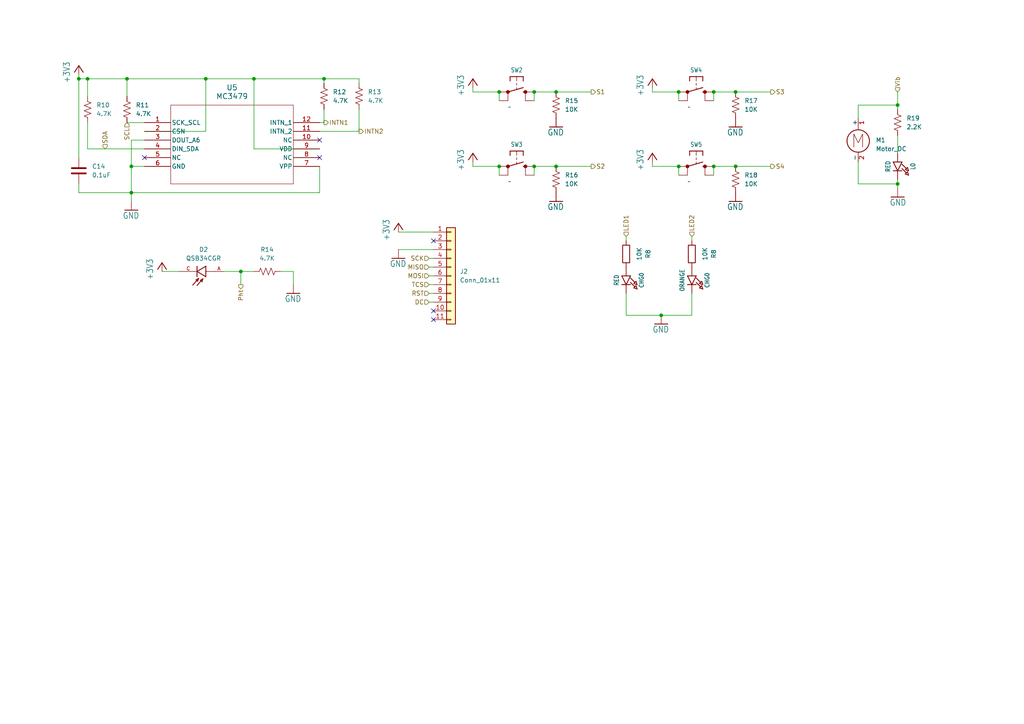
<source format=kicad_sch>
(kicad_sch (version 20230121) (generator eeschema)

  (uuid 25a9e6cc-bfb1-4d47-b3cd-54bd2efe153b)

  (paper "A4")

  (lib_symbols
    (symbol "2023-10-30_07-51-34:MC3479" (pin_names (offset 0.254)) (in_bom yes) (on_board yes)
      (property "Reference" "U" (at 25.4 10.16 0)
        (effects (font (size 1.524 1.524)))
      )
      (property "Value" "MC3479" (at 25.4 7.62 0)
        (effects (font (size 1.524 1.524)))
      )
      (property "Footprint" "MC3479_MEM" (at 0 0 0)
        (effects (font (size 1.27 1.27) italic) hide)
      )
      (property "Datasheet" "MC3479" (at 0 0 0)
        (effects (font (size 1.27 1.27) italic) hide)
      )
      (property "ki_locked" "" (at 0 0 0)
        (effects (font (size 1.27 1.27)))
      )
      (property "ki_keywords" "MC3479" (at 0 0 0)
        (effects (font (size 1.27 1.27)) hide)
      )
      (property "ki_fp_filters" "MC3479_MEM MC3479_MEM-M MC3479_MEM-L" (at 0 0 0)
        (effects (font (size 1.27 1.27)) hide)
      )
      (symbol "MC3479_0_1"
        (polyline
          (pts
            (xy 7.62 -17.78)
            (xy 43.18 -17.78)
          )
          (stroke (width 0.127) (type default))
          (fill (type none))
        )
        (polyline
          (pts
            (xy 7.62 5.08)
            (xy 7.62 -17.78)
          )
          (stroke (width 0.127) (type default))
          (fill (type none))
        )
        (polyline
          (pts
            (xy 43.18 -17.78)
            (xy 43.18 5.08)
          )
          (stroke (width 0.127) (type default))
          (fill (type none))
        )
        (polyline
          (pts
            (xy 43.18 5.08)
            (xy 7.62 5.08)
          )
          (stroke (width 0.127) (type default))
          (fill (type none))
        )
        (pin unspecified line (at 0 0 0) (length 7.62)
          (name "SCK_SCL" (effects (font (size 1.27 1.27))))
          (number "1" (effects (font (size 1.27 1.27))))
        )
        (pin unspecified line (at 50.8 -5.08 180) (length 7.62)
          (name "NC" (effects (font (size 1.27 1.27))))
          (number "10" (effects (font (size 1.27 1.27))))
        )
        (pin unspecified line (at 50.8 -2.54 180) (length 7.62)
          (name "INTN_2" (effects (font (size 1.27 1.27))))
          (number "11" (effects (font (size 1.27 1.27))))
        )
        (pin unspecified line (at 50.8 0 180) (length 7.62)
          (name "INTN_1" (effects (font (size 1.27 1.27))))
          (number "12" (effects (font (size 1.27 1.27))))
        )
        (pin unspecified line (at 0 -2.54 0) (length 7.62)
          (name "CSN" (effects (font (size 1.27 1.27))))
          (number "2" (effects (font (size 1.27 1.27))))
        )
        (pin unspecified line (at 0 -5.08 0) (length 7.62)
          (name "DOUT_A6" (effects (font (size 1.27 1.27))))
          (number "3" (effects (font (size 1.27 1.27))))
        )
        (pin unspecified line (at 0 -7.62 0) (length 7.62)
          (name "DIN_SDA" (effects (font (size 1.27 1.27))))
          (number "4" (effects (font (size 1.27 1.27))))
        )
        (pin unspecified line (at 0 -10.16 0) (length 7.62)
          (name "NC" (effects (font (size 1.27 1.27))))
          (number "5" (effects (font (size 1.27 1.27))))
        )
        (pin unspecified line (at 0 -12.7 0) (length 7.62)
          (name "GND" (effects (font (size 1.27 1.27))))
          (number "6" (effects (font (size 1.27 1.27))))
        )
        (pin unspecified line (at 50.8 -12.7 180) (length 7.62)
          (name "VPP" (effects (font (size 1.27 1.27))))
          (number "7" (effects (font (size 1.27 1.27))))
        )
        (pin unspecified line (at 50.8 -10.16 180) (length 7.62)
          (name "NC" (effects (font (size 1.27 1.27))))
          (number "8" (effects (font (size 1.27 1.27))))
        )
        (pin unspecified line (at 50.8 -7.62 180) (length 7.62)
          (name "VDD" (effects (font (size 1.27 1.27))))
          (number "9" (effects (font (size 1.27 1.27))))
        )
      )
    )
    (symbol "Adafruit Feather STM32F405 Express-eagle-import:microbuilder_LED0805_NOOUTLINE" (in_bom yes) (on_board yes)
      (property "Reference" "L1" (at -1.27 4.445 0)
        (effects (font (size 1.27 1.0795)))
      )
      (property "Value" "RED" (at -1.27 -2.794 0)
        (effects (font (size 1.27 1.0795)))
      )
      (property "Footprint" "LED_SMD:LED_0201_0603Metric" (at 0 -2.54 0)
        (effects (font (size 1.27 1.27)) hide)
      )
      (property "Datasheet" "" (at 0 0 0)
        (effects (font (size 1.27 1.27)) hide)
      )
      (property "Description" "" (at 0 0 0)
        (effects (font (size 1.27 1.27)) hide)
      )
      (property "MFR" "" (at 0 0 0)
        (effects (font (size 1.27 1.27)) hide)
      )
      (property "MFR SN" "" (at 0 0 0)
        (effects (font (size 1.27 1.27)) hide)
      )
      (property "Supplier1" "" (at 0 0 0)
        (effects (font (size 1.27 1.27)) hide)
      )
      (property "Supplier1 SN" "" (at 0 0 0)
        (effects (font (size 1.27 1.27)) hide)
      )
      (property "ki_locked" "" (at 0 0 0)
        (effects (font (size 1.27 1.27)))
      )
      (symbol "microbuilder_LED0805_NOOUTLINE_1_0"
        (polyline
          (pts
            (xy -2.54 -1.27)
            (xy 0 0)
          )
          (stroke (width 0.254) (type solid))
          (fill (type none))
        )
        (polyline
          (pts
            (xy -2.54 1.27)
            (xy -2.54 -1.27)
          )
          (stroke (width 0.254) (type solid))
          (fill (type none))
        )
        (polyline
          (pts
            (xy -1.905 1.27)
            (xy -0.635 2.54)
          )
          (stroke (width 0.254) (type solid))
          (fill (type none))
        )
        (polyline
          (pts
            (xy -0.9525 2.8575)
            (xy -0.3175 2.2225)
          )
          (stroke (width 0.254) (type solid))
          (fill (type none))
        )
        (polyline
          (pts
            (xy -0.635 1.27)
            (xy 0.635 2.54)
          )
          (stroke (width 0.254) (type solid))
          (fill (type none))
        )
        (polyline
          (pts
            (xy -0.3175 2.2225)
            (xy 0 3.175)
          )
          (stroke (width 0.254) (type solid))
          (fill (type none))
        )
        (polyline
          (pts
            (xy 0 0)
            (xy -2.54 1.27)
          )
          (stroke (width 0.254) (type solid))
          (fill (type none))
        )
        (polyline
          (pts
            (xy 0 0)
            (xy 0 -1.27)
          )
          (stroke (width 0.254) (type solid))
          (fill (type none))
        )
        (polyline
          (pts
            (xy 0 1.27)
            (xy 0 0)
          )
          (stroke (width 0.254) (type solid))
          (fill (type none))
        )
        (polyline
          (pts
            (xy 0 3.175)
            (xy -0.9525 2.8575)
          )
          (stroke (width 0.254) (type solid))
          (fill (type none))
        )
        (polyline
          (pts
            (xy 0.3175 2.8575)
            (xy 0.9525 2.2225)
          )
          (stroke (width 0.254) (type solid))
          (fill (type none))
        )
        (polyline
          (pts
            (xy 0.9525 2.2225)
            (xy 1.27 3.175)
          )
          (stroke (width 0.254) (type solid))
          (fill (type none))
        )
        (polyline
          (pts
            (xy 1.27 3.175)
            (xy 0.3175 2.8575)
          )
          (stroke (width 0.254) (type solid))
          (fill (type none))
        )
        (pin passive line (at 2.54 0 180) (length 2.54)
          (name "C" (effects (font (size 0 0))))
          (number "1" (effects (font (size 0 0))))
        )
        (pin passive line (at -5.08 0 0) (length 2.54)
          (name "A" (effects (font (size 0 0))))
          (number "2" (effects (font (size 0 0))))
        )
      )
    )
    (symbol "Adafruit Feather STM32F405 Express-eagle-import:supply1_+3V3" (power) (in_bom yes) (on_board yes)
      (property "Reference" "#+3V3" (at 0 0 0)
        (effects (font (size 1.27 1.27)) hide)
      )
      (property "Value" "supply1_+3V3" (at -2.54 -5.08 90)
        (effects (font (size 1.778 1.5113)) (justify left bottom))
      )
      (property "Footprint" "" (at 0 0 0)
        (effects (font (size 1.27 1.27)) hide)
      )
      (property "Datasheet" "" (at 0 0 0)
        (effects (font (size 1.27 1.27)) hide)
      )
      (property "ki_locked" "" (at 0 0 0)
        (effects (font (size 1.27 1.27)))
      )
      (symbol "supply1_+3V3_1_0"
        (polyline
          (pts
            (xy 0 0)
            (xy -1.27 -1.905)
          )
          (stroke (width 0.254) (type solid))
          (fill (type none))
        )
        (polyline
          (pts
            (xy 1.27 -1.905)
            (xy 0 0)
          )
          (stroke (width 0.254) (type solid))
          (fill (type none))
        )
        (pin power_in line (at 0 -2.54 90) (length 2.54)
          (name "+3V3" (effects (font (size 0 0))))
          (number "1" (effects (font (size 0 0))))
        )
      )
    )
    (symbol "Adafruit Feather STM32F405 Express-eagle-import:supply1_GND" (power) (in_bom yes) (on_board yes)
      (property "Reference" "#GND" (at 0 0 0)
        (effects (font (size 1.27 1.27)) hide)
      )
      (property "Value" "supply1_GND" (at -2.54 -2.54 0)
        (effects (font (size 1.778 1.5113)) (justify left bottom))
      )
      (property "Footprint" "" (at 0 0 0)
        (effects (font (size 1.27 1.27)) hide)
      )
      (property "Datasheet" "" (at 0 0 0)
        (effects (font (size 1.27 1.27)) hide)
      )
      (property "ki_locked" "" (at 0 0 0)
        (effects (font (size 1.27 1.27)))
      )
      (symbol "supply1_GND_1_0"
        (polyline
          (pts
            (xy -1.905 0)
            (xy 1.905 0)
          )
          (stroke (width 0.254) (type solid))
          (fill (type none))
        )
        (pin power_in line (at 0 2.54 270) (length 2.54)
          (name "GND" (effects (font (size 0 0))))
          (number "1" (effects (font (size 0 0))))
        )
      )
    )
    (symbol "Connector_Generic:Conn_01x11" (pin_names (offset 1.016) hide) (in_bom yes) (on_board yes)
      (property "Reference" "J" (at 0 15.24 0)
        (effects (font (size 1.27 1.27)))
      )
      (property "Value" "Conn_01x11" (at 0 -15.24 0)
        (effects (font (size 1.27 1.27)))
      )
      (property "Footprint" "" (at 0 0 0)
        (effects (font (size 1.27 1.27)) hide)
      )
      (property "Datasheet" "~" (at 0 0 0)
        (effects (font (size 1.27 1.27)) hide)
      )
      (property "ki_keywords" "connector" (at 0 0 0)
        (effects (font (size 1.27 1.27)) hide)
      )
      (property "ki_description" "Generic connector, single row, 01x11, script generated (kicad-library-utils/schlib/autogen/connector/)" (at 0 0 0)
        (effects (font (size 1.27 1.27)) hide)
      )
      (property "ki_fp_filters" "Connector*:*_1x??_*" (at 0 0 0)
        (effects (font (size 1.27 1.27)) hide)
      )
      (symbol "Conn_01x11_1_1"
        (rectangle (start -1.27 -12.573) (end 0 -12.827)
          (stroke (width 0.1524) (type default))
          (fill (type none))
        )
        (rectangle (start -1.27 -10.033) (end 0 -10.287)
          (stroke (width 0.1524) (type default))
          (fill (type none))
        )
        (rectangle (start -1.27 -7.493) (end 0 -7.747)
          (stroke (width 0.1524) (type default))
          (fill (type none))
        )
        (rectangle (start -1.27 -4.953) (end 0 -5.207)
          (stroke (width 0.1524) (type default))
          (fill (type none))
        )
        (rectangle (start -1.27 -2.413) (end 0 -2.667)
          (stroke (width 0.1524) (type default))
          (fill (type none))
        )
        (rectangle (start -1.27 0.127) (end 0 -0.127)
          (stroke (width 0.1524) (type default))
          (fill (type none))
        )
        (rectangle (start -1.27 2.667) (end 0 2.413)
          (stroke (width 0.1524) (type default))
          (fill (type none))
        )
        (rectangle (start -1.27 5.207) (end 0 4.953)
          (stroke (width 0.1524) (type default))
          (fill (type none))
        )
        (rectangle (start -1.27 7.747) (end 0 7.493)
          (stroke (width 0.1524) (type default))
          (fill (type none))
        )
        (rectangle (start -1.27 10.287) (end 0 10.033)
          (stroke (width 0.1524) (type default))
          (fill (type none))
        )
        (rectangle (start -1.27 12.827) (end 0 12.573)
          (stroke (width 0.1524) (type default))
          (fill (type none))
        )
        (rectangle (start -1.27 13.97) (end 1.27 -13.97)
          (stroke (width 0.254) (type default))
          (fill (type background))
        )
        (pin passive line (at -5.08 12.7 0) (length 3.81)
          (name "Pin_1" (effects (font (size 1.27 1.27))))
          (number "1" (effects (font (size 1.27 1.27))))
        )
        (pin passive line (at -5.08 -10.16 0) (length 3.81)
          (name "Pin_10" (effects (font (size 1.27 1.27))))
          (number "10" (effects (font (size 1.27 1.27))))
        )
        (pin passive line (at -5.08 -12.7 0) (length 3.81)
          (name "Pin_11" (effects (font (size 1.27 1.27))))
          (number "11" (effects (font (size 1.27 1.27))))
        )
        (pin passive line (at -5.08 10.16 0) (length 3.81)
          (name "Pin_2" (effects (font (size 1.27 1.27))))
          (number "2" (effects (font (size 1.27 1.27))))
        )
        (pin passive line (at -5.08 7.62 0) (length 3.81)
          (name "Pin_3" (effects (font (size 1.27 1.27))))
          (number "3" (effects (font (size 1.27 1.27))))
        )
        (pin passive line (at -5.08 5.08 0) (length 3.81)
          (name "Pin_4" (effects (font (size 1.27 1.27))))
          (number "4" (effects (font (size 1.27 1.27))))
        )
        (pin passive line (at -5.08 2.54 0) (length 3.81)
          (name "Pin_5" (effects (font (size 1.27 1.27))))
          (number "5" (effects (font (size 1.27 1.27))))
        )
        (pin passive line (at -5.08 0 0) (length 3.81)
          (name "Pin_6" (effects (font (size 1.27 1.27))))
          (number "6" (effects (font (size 1.27 1.27))))
        )
        (pin passive line (at -5.08 -2.54 0) (length 3.81)
          (name "Pin_7" (effects (font (size 1.27 1.27))))
          (number "7" (effects (font (size 1.27 1.27))))
        )
        (pin passive line (at -5.08 -5.08 0) (length 3.81)
          (name "Pin_8" (effects (font (size 1.27 1.27))))
          (number "8" (effects (font (size 1.27 1.27))))
        )
        (pin passive line (at -5.08 -7.62 0) (length 3.81)
          (name "Pin_9" (effects (font (size 1.27 1.27))))
          (number "9" (effects (font (size 1.27 1.27))))
        )
      )
    )
    (symbol "Device:C" (pin_numbers hide) (pin_names (offset 0.254)) (in_bom yes) (on_board yes)
      (property "Reference" "C" (at 0.635 2.54 0)
        (effects (font (size 1.27 1.27)) (justify left))
      )
      (property "Value" "C" (at 0.635 -2.54 0)
        (effects (font (size 1.27 1.27)) (justify left))
      )
      (property "Footprint" "" (at 0.9652 -3.81 0)
        (effects (font (size 1.27 1.27)) hide)
      )
      (property "Datasheet" "~" (at 0 0 0)
        (effects (font (size 1.27 1.27)) hide)
      )
      (property "ki_keywords" "cap capacitor" (at 0 0 0)
        (effects (font (size 1.27 1.27)) hide)
      )
      (property "ki_description" "Unpolarized capacitor" (at 0 0 0)
        (effects (font (size 1.27 1.27)) hide)
      )
      (property "ki_fp_filters" "C_*" (at 0 0 0)
        (effects (font (size 1.27 1.27)) hide)
      )
      (symbol "C_0_1"
        (polyline
          (pts
            (xy -2.032 -0.762)
            (xy 2.032 -0.762)
          )
          (stroke (width 0.508) (type default))
          (fill (type none))
        )
        (polyline
          (pts
            (xy -2.032 0.762)
            (xy 2.032 0.762)
          )
          (stroke (width 0.508) (type default))
          (fill (type none))
        )
      )
      (symbol "C_1_1"
        (pin passive line (at 0 3.81 270) (length 2.794)
          (name "~" (effects (font (size 1.27 1.27))))
          (number "1" (effects (font (size 1.27 1.27))))
        )
        (pin passive line (at 0 -3.81 90) (length 2.794)
          (name "~" (effects (font (size 1.27 1.27))))
          (number "2" (effects (font (size 1.27 1.27))))
        )
      )
    )
    (symbol "Device:R" (pin_numbers hide) (pin_names (offset 0)) (in_bom yes) (on_board yes)
      (property "Reference" "R" (at 2.032 0 90)
        (effects (font (size 1.27 1.27)))
      )
      (property "Value" "R" (at 0 0 90)
        (effects (font (size 1.27 1.27)))
      )
      (property "Footprint" "" (at -1.778 0 90)
        (effects (font (size 1.27 1.27)) hide)
      )
      (property "Datasheet" "~" (at 0 0 0)
        (effects (font (size 1.27 1.27)) hide)
      )
      (property "ki_keywords" "R res resistor" (at 0 0 0)
        (effects (font (size 1.27 1.27)) hide)
      )
      (property "ki_description" "Resistor" (at 0 0 0)
        (effects (font (size 1.27 1.27)) hide)
      )
      (property "ki_fp_filters" "R_*" (at 0 0 0)
        (effects (font (size 1.27 1.27)) hide)
      )
      (symbol "R_0_1"
        (rectangle (start -1.016 -2.54) (end 1.016 2.54)
          (stroke (width 0.254) (type default))
          (fill (type none))
        )
      )
      (symbol "R_1_1"
        (pin passive line (at 0 3.81 270) (length 1.27)
          (name "~" (effects (font (size 1.27 1.27))))
          (number "1" (effects (font (size 1.27 1.27))))
        )
        (pin passive line (at 0 -3.81 90) (length 1.27)
          (name "~" (effects (font (size 1.27 1.27))))
          (number "2" (effects (font (size 1.27 1.27))))
        )
      )
    )
    (symbol "Device:R_US" (pin_numbers hide) (pin_names (offset 0)) (in_bom yes) (on_board yes)
      (property "Reference" "R" (at 2.54 0 90)
        (effects (font (size 1.27 1.27)))
      )
      (property "Value" "R_US" (at -2.54 0 90)
        (effects (font (size 1.27 1.27)))
      )
      (property "Footprint" "" (at 1.016 -0.254 90)
        (effects (font (size 1.27 1.27)) hide)
      )
      (property "Datasheet" "~" (at 0 0 0)
        (effects (font (size 1.27 1.27)) hide)
      )
      (property "ki_keywords" "R res resistor" (at 0 0 0)
        (effects (font (size 1.27 1.27)) hide)
      )
      (property "ki_description" "Resistor, US symbol" (at 0 0 0)
        (effects (font (size 1.27 1.27)) hide)
      )
      (property "ki_fp_filters" "R_*" (at 0 0 0)
        (effects (font (size 1.27 1.27)) hide)
      )
      (symbol "R_US_0_1"
        (polyline
          (pts
            (xy 0 -2.286)
            (xy 0 -2.54)
          )
          (stroke (width 0) (type default))
          (fill (type none))
        )
        (polyline
          (pts
            (xy 0 2.286)
            (xy 0 2.54)
          )
          (stroke (width 0) (type default))
          (fill (type none))
        )
        (polyline
          (pts
            (xy 0 -0.762)
            (xy 1.016 -1.143)
            (xy 0 -1.524)
            (xy -1.016 -1.905)
            (xy 0 -2.286)
          )
          (stroke (width 0) (type default))
          (fill (type none))
        )
        (polyline
          (pts
            (xy 0 0.762)
            (xy 1.016 0.381)
            (xy 0 0)
            (xy -1.016 -0.381)
            (xy 0 -0.762)
          )
          (stroke (width 0) (type default))
          (fill (type none))
        )
        (polyline
          (pts
            (xy 0 2.286)
            (xy 1.016 1.905)
            (xy 0 1.524)
            (xy -1.016 1.143)
            (xy 0 0.762)
          )
          (stroke (width 0) (type default))
          (fill (type none))
        )
      )
      (symbol "R_US_1_1"
        (pin passive line (at 0 3.81 270) (length 1.27)
          (name "~" (effects (font (size 1.27 1.27))))
          (number "1" (effects (font (size 1.27 1.27))))
        )
        (pin passive line (at 0 -3.81 90) (length 1.27)
          (name "~" (effects (font (size 1.27 1.27))))
          (number "2" (effects (font (size 1.27 1.27))))
        )
      )
    )
    (symbol "Motor:Motor_DC" (pin_names (offset 0)) (in_bom yes) (on_board yes)
      (property "Reference" "M" (at 2.54 2.54 0)
        (effects (font (size 1.27 1.27)) (justify left))
      )
      (property "Value" "Motor_DC" (at 2.54 -5.08 0)
        (effects (font (size 1.27 1.27)) (justify left top))
      )
      (property "Footprint" "" (at 0 -2.286 0)
        (effects (font (size 1.27 1.27)) hide)
      )
      (property "Datasheet" "~" (at 0 -2.286 0)
        (effects (font (size 1.27 1.27)) hide)
      )
      (property "ki_keywords" "DC Motor" (at 0 0 0)
        (effects (font (size 1.27 1.27)) hide)
      )
      (property "ki_description" "DC Motor" (at 0 0 0)
        (effects (font (size 1.27 1.27)) hide)
      )
      (property "ki_fp_filters" "PinHeader*P2.54mm* TerminalBlock*" (at 0 0 0)
        (effects (font (size 1.27 1.27)) hide)
      )
      (symbol "Motor_DC_0_0"
        (polyline
          (pts
            (xy -1.27 -3.302)
            (xy -1.27 0.508)
            (xy 0 -2.032)
            (xy 1.27 0.508)
            (xy 1.27 -3.302)
          )
          (stroke (width 0) (type default))
          (fill (type none))
        )
      )
      (symbol "Motor_DC_0_1"
        (circle (center 0 -1.524) (radius 3.2512)
          (stroke (width 0.254) (type default))
          (fill (type none))
        )
        (polyline
          (pts
            (xy 0 -7.62)
            (xy 0 -7.112)
          )
          (stroke (width 0) (type default))
          (fill (type none))
        )
        (polyline
          (pts
            (xy 0 -4.7752)
            (xy 0 -5.1816)
          )
          (stroke (width 0) (type default))
          (fill (type none))
        )
        (polyline
          (pts
            (xy 0 1.7272)
            (xy 0 2.0828)
          )
          (stroke (width 0) (type default))
          (fill (type none))
        )
        (polyline
          (pts
            (xy 0 2.032)
            (xy 0 2.54)
          )
          (stroke (width 0) (type default))
          (fill (type none))
        )
      )
      (symbol "Motor_DC_1_1"
        (pin passive line (at 0 5.08 270) (length 2.54)
          (name "+" (effects (font (size 1.27 1.27))))
          (number "1" (effects (font (size 1.27 1.27))))
        )
        (pin passive line (at 0 -7.62 90) (length 2.54)
          (name "-" (effects (font (size 1.27 1.27))))
          (number "2" (effects (font (size 1.27 1.27))))
        )
      )
    )
    (symbol "QSB34CGR:QSB34CGR" (pin_names (offset 1.016)) (in_bom yes) (on_board yes)
      (property "Reference" "D" (at -3.81 5.08 0)
        (effects (font (size 1.27 1.27)) (justify left bottom))
      )
      (property "Value" "QSB34CGR" (at -3.81 -5.08 0)
        (effects (font (size 1.27 1.27)) (justify left bottom))
      )
      (property "Footprint" "QSB34CGR:XDCR_QSB34CGR" (at 0 0 0)
        (effects (font (size 1.27 1.27)) (justify bottom) hide)
      )
      (property "Datasheet" "" (at 0 0 0)
        (effects (font (size 1.27 1.27)) hide)
      )
      (property "PARTREV" "9" (at 0 0 0)
        (effects (font (size 1.27 1.27)) (justify bottom) hide)
      )
      (property "STANDARD" "Manufacturer Recommendations" (at 0 0 0)
        (effects (font (size 1.27 1.27)) (justify bottom) hide)
      )
      (property "MAXIMUM_PACKAGE_HEIGHT" "1.8" (at 0 0 0)
        (effects (font (size 1.27 1.27)) (justify bottom) hide)
      )
      (property "MANUFACTURER" "Onsemi" (at 0 0 0)
        (effects (font (size 1.27 1.27)) (justify bottom) hide)
      )
      (symbol "QSB34CGR_0_0"
        (polyline
          (pts
            (xy -2.54 -1.524)
            (xy 0 0)
          )
          (stroke (width 0.254) (type default))
          (fill (type none))
        )
        (polyline
          (pts
            (xy -2.54 0)
            (xy -5.08 0)
          )
          (stroke (width 0.1524) (type default))
          (fill (type none))
        )
        (polyline
          (pts
            (xy -2.54 0)
            (xy -2.54 -1.524)
          )
          (stroke (width 0.254) (type default))
          (fill (type none))
        )
        (polyline
          (pts
            (xy -2.54 1.524)
            (xy -2.54 0)
          )
          (stroke (width 0.254) (type default))
          (fill (type none))
        )
        (polyline
          (pts
            (xy -1.651 2.159)
            (xy 0 4.064)
          )
          (stroke (width 0.254) (type default))
          (fill (type none))
        )
        (polyline
          (pts
            (xy -0.4064 2.0574)
            (xy 1.2446 3.9624)
          )
          (stroke (width 0.254) (type default))
          (fill (type none))
        )
        (polyline
          (pts
            (xy 0 0)
            (xy -2.54 1.524)
          )
          (stroke (width 0.254) (type default))
          (fill (type none))
        )
        (polyline
          (pts
            (xy 0 1.524)
            (xy 0 -1.524)
          )
          (stroke (width 0.254) (type default))
          (fill (type none))
        )
        (polyline
          (pts
            (xy -1.4605 3.048)
            (xy -0.889 2.54)
            (xy -1.7907 2.0193)
            (xy -1.4605 3.048)
          )
          (stroke (width 0.1524) (type default))
          (fill (type outline))
        )
        (polyline
          (pts
            (xy -0.1905 2.921)
            (xy 0.381 2.413)
            (xy -0.5461 1.905)
            (xy -0.1905 2.921)
          )
          (stroke (width 0.1524) (type default))
          (fill (type outline))
        )
        (pin passive line (at -7.62 0 0) (length 2.54)
          (name "~" (effects (font (size 1.016 1.016))))
          (number "A" (effects (font (size 1.016 1.016))))
        )
        (pin passive line (at 5.08 0 180) (length 5.08)
          (name "~" (effects (font (size 1.016 1.016))))
          (number "C" (effects (font (size 1.016 1.016))))
        )
      )
    )
    (symbol "SWITCH_TACT_SMT_1" (in_bom yes) (on_board yes)
      (property "Reference" "SW6" (at 0 6.35 0)
        (effects (font (size 1.27 1.0795)))
      )
      (property "Value" "~" (at -2.54 -5.08 0)
        (effects (font (size 1.27 1.0795)) (justify left bottom))
      )
      (property "Footprint" "Button_Switch_SMD:SW_Push_1P1T_NO_CK_KMR2" (at 2.54 -5.08 0)
        (effects (font (size 1.27 1.27)) hide)
      )
      (property "Datasheet" "" (at 0 0 0)
        (effects (font (size 1.27 1.27)) hide)
      )
      (property "Description" "" (at 0 0 0)
        (effects (font (size 1.27 1.27)) hide)
      )
      (property "MFR" "" (at 0 0 0)
        (effects (font (size 1.27 1.27)) hide)
      )
      (property "MFR SN" "" (at 0 0 0)
        (effects (font (size 1.27 1.27)) hide)
      )
      (property "Supplier1" "" (at 0 0 0)
        (effects (font (size 1.27 1.27)) hide)
      )
      (property "Supplier1 SN" "" (at 0 0 0)
        (effects (font (size 1.27 1.27)) hide)
      )
      (property "ki_locked" "" (at 0 0 0)
        (effects (font (size 1.27 1.27)))
      )
      (symbol "SWITCH_TACT_SMT_1_1_0"
        (circle (center -2.54 0) (radius 0.127)
          (stroke (width 0.4064) (type solid))
          (fill (type none))
        )
        (polyline
          (pts
            (xy -2.54 -2.54)
            (xy -2.54 0)
          )
          (stroke (width 0.1524) (type solid))
          (fill (type none))
        )
        (polyline
          (pts
            (xy -2.54 0)
            (xy 1.905 1.27)
          )
          (stroke (width 0.254) (type solid))
          (fill (type none))
        )
        (polyline
          (pts
            (xy -1.905 4.445)
            (xy -1.905 3.175)
          )
          (stroke (width 0.254) (type solid))
          (fill (type none))
        )
        (polyline
          (pts
            (xy 0 1.27)
            (xy 0 0.635)
          )
          (stroke (width 0.1524) (type solid))
          (fill (type none))
        )
        (polyline
          (pts
            (xy 0 2.54)
            (xy 0 1.905)
          )
          (stroke (width 0.1524) (type solid))
          (fill (type none))
        )
        (polyline
          (pts
            (xy 0 4.445)
            (xy -1.905 4.445)
          )
          (stroke (width 0.254) (type solid))
          (fill (type none))
        )
        (polyline
          (pts
            (xy 0 4.445)
            (xy 0 3.175)
          )
          (stroke (width 0.1524) (type solid))
          (fill (type none))
        )
        (polyline
          (pts
            (xy 1.905 0)
            (xy 2.54 0)
          )
          (stroke (width 0.254) (type solid))
          (fill (type none))
        )
        (polyline
          (pts
            (xy 1.905 4.445)
            (xy 0 4.445)
          )
          (stroke (width 0.254) (type solid))
          (fill (type none))
        )
        (polyline
          (pts
            (xy 1.905 4.445)
            (xy 1.905 3.175)
          )
          (stroke (width 0.254) (type solid))
          (fill (type none))
        )
        (polyline
          (pts
            (xy 2.54 -2.54)
            (xy 2.54 0)
          )
          (stroke (width 0.1524) (type solid))
          (fill (type none))
        )
        (circle (center 2.54 0) (radius 0.127)
          (stroke (width 0.4064) (type solid))
          (fill (type none))
        )
        (pin passive line (at -5.08 0 0) (length 2.54)
          (name "P" (effects (font (size 0 0))))
          (number "1" (effects (font (size 0 0))))
        )
        (pin passive line (at -5.08 -2.54 0) (length 2.54)
          (name "P1" (effects (font (size 0 0))))
          (number "1" (effects (font (size 0 0))))
        )
        (pin passive line (at 5.08 0 180) (length 2.54)
          (name "S" (effects (font (size 0 0))))
          (number "2" (effects (font (size 0 0))))
        )
        (pin passive line (at 5.08 -2.54 180) (length 2.54)
          (name "S1" (effects (font (size 0 0))))
          (number "2" (effects (font (size 0 0))))
        )
      )
    )
  )

  (junction (at 38.1 48.26) (diameter 0) (color 0 0 0 0)
    (uuid 0072e585-c7ca-4284-9ba9-432c90febcee)
  )
  (junction (at 196.85 48.26) (diameter 0) (color 0 0 0 0)
    (uuid 06660e38-4034-42c6-bc21-d252a3a8d837)
  )
  (junction (at 260.35 30.48) (diameter 0) (color 0 0 0 0)
    (uuid 1305b36a-82de-48c7-adea-3dab0b0af97a)
  )
  (junction (at 25.4 22.86) (diameter 0) (color 0 0 0 0)
    (uuid 14459a43-bb47-4079-a741-6aebf189136e)
  )
  (junction (at 144.78 48.26) (diameter 0) (color 0 0 0 0)
    (uuid 227f562a-9d61-4318-ac15-1ad0bd878fcf)
  )
  (junction (at 36.83 22.86) (diameter 0) (color 0 0 0 0)
    (uuid 26b4f7da-0b87-4498-b507-8daa5f073849)
  )
  (junction (at 154.94 26.67) (diameter 0) (color 0 0 0 0)
    (uuid 4b5f762f-34f0-4512-b424-e9155ca90c89)
  )
  (junction (at 144.78 26.67) (diameter 0) (color 0 0 0 0)
    (uuid 4f01b639-7734-4c16-9081-009a4948819d)
  )
  (junction (at 22.86 22.86) (diameter 0) (color 0 0 0 0)
    (uuid 685aba52-ac4d-4595-9154-637348eda363)
  )
  (junction (at 161.29 48.26) (diameter 0) (color 0 0 0 0)
    (uuid 6eaaf8d8-9549-432e-aff5-4fd2c2a5977e)
  )
  (junction (at 213.36 48.26) (diameter 0) (color 0 0 0 0)
    (uuid 7594f18e-2831-4736-92fa-6fb4713f7227)
  )
  (junction (at 213.36 26.67) (diameter 0) (color 0 0 0 0)
    (uuid 90215a62-a1b9-45fb-90dd-734fa565f35a)
  )
  (junction (at 260.35 53.34) (diameter 0) (color 0 0 0 0)
    (uuid 91973b7a-aa7a-4d17-8504-89733760cbe8)
  )
  (junction (at 93.98 22.86) (diameter 0) (color 0 0 0 0)
    (uuid 9d2c0422-a2f6-4a6c-84c2-3f64ed0a883e)
  )
  (junction (at 161.29 26.67) (diameter 0) (color 0 0 0 0)
    (uuid a82361f3-0efb-402e-b0eb-47301d9bb2c9)
  )
  (junction (at 59.69 22.86) (diameter 0) (color 0 0 0 0)
    (uuid b805b4dc-48f4-4d6d-8ff6-d47ee682c0a0)
  )
  (junction (at 73.66 22.86) (diameter 0) (color 0 0 0 0)
    (uuid ba732f31-da0b-4d5a-8e01-03c6b71512c1)
  )
  (junction (at 207.01 26.67) (diameter 0) (color 0 0 0 0)
    (uuid bb32e7b9-47f5-42c3-a135-a31f668cbd56)
  )
  (junction (at 69.85 78.74) (diameter 0) (color 0 0 0 0)
    (uuid bd3562d2-a965-4935-942c-cff3cf8d98aa)
  )
  (junction (at 196.85 26.67) (diameter 0) (color 0 0 0 0)
    (uuid ccbfbf21-87d4-4c66-81bc-7cf93664ae0b)
  )
  (junction (at 191.77 91.44) (diameter 0) (color 0 0 0 0)
    (uuid d6538edb-2099-43f0-a84f-a6cae350ba28)
  )
  (junction (at 38.1 55.88) (diameter 0) (color 0 0 0 0)
    (uuid d800f9cf-9e1a-4ff7-bf57-41eabe7f0f63)
  )
  (junction (at 207.01 48.26) (diameter 0) (color 0 0 0 0)
    (uuid e7a07303-6c53-4382-9a38-c153f9a254bd)
  )
  (junction (at 154.94 48.26) (diameter 0) (color 0 0 0 0)
    (uuid f50c992b-6283-4562-8cfb-e1d546ab5fe7)
  )

  (no_connect (at 125.73 92.71) (uuid 2fd97848-49bf-40b1-8f33-b270a3322eff))
  (no_connect (at 41.91 45.72) (uuid 45ae2c59-e19d-45fa-9335-72ea5ea8e4c5))
  (no_connect (at 125.73 69.85) (uuid 6cf82581-fe8e-41b2-957b-8899f4923757))
  (no_connect (at 125.73 90.17) (uuid a4407264-34e7-4ea9-935c-05b972bd10fe))
  (no_connect (at 92.71 45.72) (uuid bebe2790-5820-4fef-85da-96273f17e72a))
  (no_connect (at 92.71 40.64) (uuid e06b58d5-293f-43fc-b340-0aef5f00ea01))

  (wire (pts (xy 248.92 46.99) (xy 248.92 53.34))
    (stroke (width 0) (type default))
    (uuid 02790fcb-3c10-4290-8136-e554357f89b1)
  )
  (wire (pts (xy 213.36 26.67) (xy 207.01 26.67))
    (stroke (width 0) (type default))
    (uuid 032c6388-fa53-431a-9787-1bf42af94230)
  )
  (wire (pts (xy 38.1 55.88) (xy 92.71 55.88))
    (stroke (width 0) (type default))
    (uuid 096fe432-e631-490f-92fb-82d509933736)
  )
  (wire (pts (xy 207.01 48.26) (xy 207.01 50.8))
    (stroke (width 0) (type default))
    (uuid 0a7b5a1b-8e53-42b7-8d8e-2502546dbc26)
  )
  (wire (pts (xy 144.78 26.67) (xy 144.78 29.21))
    (stroke (width 0) (type default))
    (uuid 0a9eb85d-d431-4c04-beb7-0a3aaa2bc8a6)
  )
  (wire (pts (xy 161.29 26.67) (xy 154.94 26.67))
    (stroke (width 0) (type default))
    (uuid 0c52b56d-e61a-4ffe-9e1f-ade972d5c72a)
  )
  (wire (pts (xy 69.85 78.74) (xy 73.66 78.74))
    (stroke (width 0) (type default))
    (uuid 11aedfae-efc2-42bd-9aee-4922e3b31a12)
  )
  (wire (pts (xy 260.35 39.37) (xy 260.35 41.91))
    (stroke (width 0) (type default))
    (uuid 153ac964-38dd-46ad-a81f-b58f9cb8b339)
  )
  (wire (pts (xy 25.4 43.18) (xy 25.4 35.56))
    (stroke (width 0) (type default))
    (uuid 1a1a6881-c812-4e64-bddb-053bde801869)
  )
  (wire (pts (xy 196.85 48.26) (xy 196.85 50.8))
    (stroke (width 0) (type default))
    (uuid 1adda1f7-76ca-43b4-8992-0e24b8a36cf5)
  )
  (wire (pts (xy 189.23 46.99) (xy 189.23 48.26))
    (stroke (width 0) (type default))
    (uuid 1b05abb5-973d-469c-b16d-41b9b9b11d75)
  )
  (wire (pts (xy 92.71 48.26) (xy 92.71 55.88))
    (stroke (width 0) (type default))
    (uuid 1c94e0e2-dfdd-4863-ba85-48680118c70d)
  )
  (wire (pts (xy 213.36 48.26) (xy 223.52 48.26))
    (stroke (width 0) (type default))
    (uuid 1dea58f0-cadf-4c18-9b71-137fb7df1bb5)
  )
  (wire (pts (xy 189.23 25.4) (xy 189.23 26.67))
    (stroke (width 0) (type default))
    (uuid 1ec530aa-bcab-4a4a-85d1-65c3898d8e4d)
  )
  (wire (pts (xy 260.35 41.91) (xy 260.35 44.45))
    (stroke (width 0.1524) (type solid))
    (uuid 2449ab1c-b48a-4cbf-9d09-197b1e367777)
  )
  (wire (pts (xy 181.61 68.58) (xy 181.61 69.85))
    (stroke (width 0) (type default))
    (uuid 26e295dc-2130-4d67-950f-e3ba0b80b825)
  )
  (wire (pts (xy 41.91 43.18) (xy 25.4 43.18))
    (stroke (width 0) (type default))
    (uuid 27386fba-893a-4b5f-9343-081e91166079)
  )
  (wire (pts (xy 41.91 48.26) (xy 38.1 48.26))
    (stroke (width 0) (type default))
    (uuid 2ac773cc-c7ef-466c-9657-93e056b2581d)
  )
  (wire (pts (xy 38.1 48.26) (xy 38.1 55.88))
    (stroke (width 0) (type default))
    (uuid 2af114cc-87e0-46c7-926e-d7f73866fa3f)
  )
  (wire (pts (xy 181.61 85.09) (xy 181.61 91.44))
    (stroke (width 0) (type default))
    (uuid 2d7508fa-30a2-4db8-bfc8-284242776966)
  )
  (wire (pts (xy 85.09 78.74) (xy 85.09 82.55))
    (stroke (width 0) (type default))
    (uuid 2ebf5a17-b907-4e36-9353-1babaa3f2276)
  )
  (wire (pts (xy 161.29 48.26) (xy 171.45 48.26))
    (stroke (width 0) (type default))
    (uuid 2f7dd718-a8ed-4e43-b3d6-145cd252fb42)
  )
  (wire (pts (xy 137.16 25.4) (xy 137.16 26.67))
    (stroke (width 0) (type default))
    (uuid 37093c82-2588-4c28-851f-595f78f32941)
  )
  (wire (pts (xy 73.66 43.18) (xy 92.71 43.18))
    (stroke (width 0) (type default))
    (uuid 3ae7a66b-183e-48a3-8cc8-3d84443f6f45)
  )
  (wire (pts (xy 22.86 21.59) (xy 22.86 22.86))
    (stroke (width 0) (type default))
    (uuid 3af7eb0f-6cfd-4863-b13a-4279e38effd0)
  )
  (wire (pts (xy 196.85 26.67) (xy 196.85 29.21))
    (stroke (width 0) (type default))
    (uuid 3c744438-863f-4268-ae24-9e524ba1c105)
  )
  (wire (pts (xy 260.35 53.34) (xy 260.35 54.61))
    (stroke (width 0.1524) (type solid))
    (uuid 49f4ebd1-ebec-47cf-90ba-5bd9dbbbb380)
  )
  (wire (pts (xy 248.92 34.29) (xy 248.92 30.48))
    (stroke (width 0) (type default))
    (uuid 5278176b-f52c-4baa-867a-d38538d7414f)
  )
  (wire (pts (xy 46.99 78.74) (xy 52.07 78.74))
    (stroke (width 0) (type default))
    (uuid 527d2455-fb70-483e-95b4-04a9b4d8d275)
  )
  (wire (pts (xy 181.61 91.44) (xy 191.77 91.44))
    (stroke (width 0) (type default))
    (uuid 529b45d5-e004-4dba-a91c-ce20b091e752)
  )
  (wire (pts (xy 213.36 26.67) (xy 223.52 26.67))
    (stroke (width 0) (type default))
    (uuid 5419a6c8-9ddf-4e31-8c09-56c4ad03fbf3)
  )
  (wire (pts (xy 104.14 22.86) (xy 104.14 24.13))
    (stroke (width 0) (type default))
    (uuid 5b5814f8-6855-4e64-956b-639e6bf35b0e)
  )
  (wire (pts (xy 25.4 22.86) (xy 36.83 22.86))
    (stroke (width 0) (type default))
    (uuid 5ba0f4c4-6de4-43fd-9dd5-874b10635e0c)
  )
  (wire (pts (xy 248.92 30.48) (xy 260.35 30.48))
    (stroke (width 0) (type default))
    (uuid 5d8ffd4c-c2d9-46e1-975a-e51933750051)
  )
  (wire (pts (xy 115.57 72.39) (xy 125.73 72.39))
    (stroke (width 0) (type default))
    (uuid 5f54c37a-957c-4537-831a-382d683f7441)
  )
  (wire (pts (xy 22.86 22.86) (xy 25.4 22.86))
    (stroke (width 0) (type default))
    (uuid 6171870f-c0d9-449c-bc4a-ef68cc50474e)
  )
  (wire (pts (xy 191.77 91.44) (xy 200.66 91.44))
    (stroke (width 0) (type default))
    (uuid 64cffff1-0977-4e44-855d-a2a007131148)
  )
  (wire (pts (xy 93.98 22.86) (xy 93.98 24.13))
    (stroke (width 0) (type default))
    (uuid 692593da-9e11-41d1-9b19-1cdf4102e0df)
  )
  (wire (pts (xy 36.83 22.86) (xy 36.83 27.94))
    (stroke (width 0) (type default))
    (uuid 6967dec3-ed3e-4fce-95c7-6bb280fa6cc6)
  )
  (wire (pts (xy 200.66 85.09) (xy 200.66 91.44))
    (stroke (width 0) (type default))
    (uuid 6c266480-1b78-4f90-9c91-0fc1a137ac00)
  )
  (wire (pts (xy 213.36 48.26) (xy 207.01 48.26))
    (stroke (width 0) (type default))
    (uuid 6d61b3e3-5eca-4b4f-8f39-c417c1cb8dad)
  )
  (wire (pts (xy 154.94 48.26) (xy 154.94 50.8))
    (stroke (width 0) (type default))
    (uuid 6d814640-c626-460c-be97-da6feaff06bc)
  )
  (wire (pts (xy 137.16 26.67) (xy 144.78 26.67))
    (stroke (width 0) (type default))
    (uuid 6f3daac0-a9e7-4278-95d5-935798ee030f)
  )
  (wire (pts (xy 137.16 48.26) (xy 144.78 48.26))
    (stroke (width 0) (type default))
    (uuid 70799326-1a0b-49f8-ae70-8189f7bcebf7)
  )
  (wire (pts (xy 124.46 82.55) (xy 125.73 82.55))
    (stroke (width 0) (type default))
    (uuid 72c8af30-35f9-4aba-906d-1dfcf4100570)
  )
  (wire (pts (xy 81.28 78.74) (xy 85.09 78.74))
    (stroke (width 0) (type default))
    (uuid 80688a61-b943-42fd-ab22-71b1660e4541)
  )
  (wire (pts (xy 144.78 48.26) (xy 144.78 50.8))
    (stroke (width 0) (type default))
    (uuid 828518ca-8265-47d9-be06-4961ca80fb9c)
  )
  (wire (pts (xy 260.35 31.75) (xy 260.35 30.48))
    (stroke (width 0.1524) (type solid))
    (uuid 8340b026-917f-4588-8d2e-026aca6d3f16)
  )
  (wire (pts (xy 104.14 31.75) (xy 104.14 38.1))
    (stroke (width 0) (type default))
    (uuid 83577d92-6096-4c99-9a31-9bd9118f8ab1)
  )
  (wire (pts (xy 207.01 26.67) (xy 207.01 29.21))
    (stroke (width 0) (type default))
    (uuid 850f8f95-28ac-4c17-b8f6-c2ecd0712277)
  )
  (wire (pts (xy 189.23 48.26) (xy 196.85 48.26))
    (stroke (width 0) (type default))
    (uuid 853d5373-8ad6-4f73-8a46-b163fcf3e5df)
  )
  (wire (pts (xy 69.85 78.74) (xy 69.85 82.55))
    (stroke (width 0) (type default))
    (uuid 8c1b7af3-f4f5-4738-a7ce-65ec414a660d)
  )
  (wire (pts (xy 41.91 40.64) (xy 38.1 40.64))
    (stroke (width 0) (type default))
    (uuid 8db1aca9-ab47-4c36-8b09-6d56f58fca57)
  )
  (wire (pts (xy 73.66 22.86) (xy 93.98 22.86))
    (stroke (width 0) (type default))
    (uuid 8f41ca9c-d8a9-41f4-8895-741e82402b4e)
  )
  (wire (pts (xy 36.83 35.56) (xy 41.91 35.56))
    (stroke (width 0) (type default))
    (uuid 9358b44b-3ae5-4ea9-b7da-7de412d487b8)
  )
  (wire (pts (xy 93.98 31.75) (xy 93.98 35.56))
    (stroke (width 0) (type default))
    (uuid 94248203-a2db-408e-b57b-e7326bc1e6b0)
  )
  (wire (pts (xy 124.46 77.47) (xy 125.73 77.47))
    (stroke (width 0) (type default))
    (uuid 944ddbfd-b5d2-4b4e-be0f-88c47a76f5a7)
  )
  (wire (pts (xy 115.57 67.31) (xy 125.73 67.31))
    (stroke (width 0) (type default))
    (uuid 9453956c-986d-43f9-9cf2-61cd85429909)
  )
  (wire (pts (xy 124.46 80.01) (xy 125.73 80.01))
    (stroke (width 0) (type default))
    (uuid 999270fc-4a5a-485d-93db-99ae23bbd184)
  )
  (wire (pts (xy 59.69 38.1) (xy 59.69 22.86))
    (stroke (width 0) (type default))
    (uuid 99eb135d-6bd7-4ab6-bfd8-3625de4e0532)
  )
  (wire (pts (xy 200.66 68.58) (xy 200.66 69.85))
    (stroke (width 0) (type default))
    (uuid a100da83-665f-409c-bb24-029e383b8c12)
  )
  (wire (pts (xy 41.91 38.1) (xy 59.69 38.1))
    (stroke (width 0) (type default))
    (uuid a2139e32-977b-48c4-a761-ec02936230ef)
  )
  (wire (pts (xy 137.16 46.99) (xy 137.16 48.26))
    (stroke (width 0) (type default))
    (uuid ad2d603b-c0b2-4d0c-9f40-4b21a464442b)
  )
  (wire (pts (xy 59.69 22.86) (xy 73.66 22.86))
    (stroke (width 0) (type default))
    (uuid adb88df2-23f4-4e12-997f-fe7330a4a130)
  )
  (wire (pts (xy 248.92 53.34) (xy 260.35 53.34))
    (stroke (width 0) (type default))
    (uuid afaea460-36aa-46ba-b5b5-de456d56a0b9)
  )
  (wire (pts (xy 22.86 22.86) (xy 22.86 45.72))
    (stroke (width 0) (type default))
    (uuid b341e2f3-ed39-40e8-9b41-625a4e7b6e16)
  )
  (wire (pts (xy 260.35 30.48) (xy 260.35 26.67))
    (stroke (width 0.1524) (type solid))
    (uuid b4227a09-36d5-421c-927a-2848724ff5c4)
  )
  (wire (pts (xy 124.46 85.09) (xy 125.73 85.09))
    (stroke (width 0) (type default))
    (uuid b6eb3fe0-8853-4083-985b-8f891a9e9df5)
  )
  (wire (pts (xy 161.29 26.67) (xy 171.45 26.67))
    (stroke (width 0) (type default))
    (uuid bac2e508-8cdb-4687-bc06-64421e28d38c)
  )
  (wire (pts (xy 73.66 22.86) (xy 73.66 43.18))
    (stroke (width 0) (type default))
    (uuid ccc550b5-121f-49b2-8825-ffbb90d1cd1c)
  )
  (wire (pts (xy 38.1 55.88) (xy 38.1 58.42))
    (stroke (width 0) (type default))
    (uuid ced4e7d4-f5cb-48f6-a3de-208d48882c3e)
  )
  (wire (pts (xy 64.77 78.74) (xy 69.85 78.74))
    (stroke (width 0) (type default))
    (uuid d13727e8-48d1-40a5-afec-060e79924608)
  )
  (wire (pts (xy 154.94 26.67) (xy 154.94 29.21))
    (stroke (width 0) (type default))
    (uuid d17d4d03-a579-4a7b-8fc1-e79ec1291aa1)
  )
  (wire (pts (xy 22.86 53.34) (xy 22.86 55.88))
    (stroke (width 0) (type default))
    (uuid d54518da-76a6-4ee3-a9d5-c15f8e2cfa01)
  )
  (wire (pts (xy 93.98 22.86) (xy 104.14 22.86))
    (stroke (width 0) (type default))
    (uuid d660b6f2-5b51-46a4-9f78-365bff15bb99)
  )
  (wire (pts (xy 36.83 22.86) (xy 59.69 22.86))
    (stroke (width 0) (type default))
    (uuid dea46b7b-f7b1-4a6b-8fb8-495b1ebd901a)
  )
  (wire (pts (xy 104.14 38.1) (xy 92.71 38.1))
    (stroke (width 0) (type default))
    (uuid e6143a91-893b-4708-9ec2-8e633965c007)
  )
  (wire (pts (xy 189.23 26.67) (xy 196.85 26.67))
    (stroke (width 0) (type default))
    (uuid e7bc93cd-7449-4a05-88ce-fdebc5cd63a0)
  )
  (wire (pts (xy 25.4 22.86) (xy 25.4 27.94))
    (stroke (width 0) (type default))
    (uuid e8671edc-f2d8-4399-85d1-09282a5accfe)
  )
  (wire (pts (xy 161.29 48.26) (xy 154.94 48.26))
    (stroke (width 0) (type default))
    (uuid eee8c36c-8cae-42eb-8733-162a643f3cbf)
  )
  (wire (pts (xy 93.98 35.56) (xy 92.71 35.56))
    (stroke (width 0) (type default))
    (uuid f40c335f-f39c-4eb3-9ec5-8907de1470f1)
  )
  (wire (pts (xy 22.86 55.88) (xy 38.1 55.88))
    (stroke (width 0) (type default))
    (uuid f4680d63-5506-4581-8f59-29066dea30d9)
  )
  (wire (pts (xy 124.46 87.63) (xy 125.73 87.63))
    (stroke (width 0) (type default))
    (uuid f55f711c-146f-4c27-8a23-0f149e32265e)
  )
  (wire (pts (xy 124.46 74.93) (xy 125.73 74.93))
    (stroke (width 0) (type default))
    (uuid f66a7143-3bf3-4092-a464-fc7ed9e50172)
  )
  (wire (pts (xy 38.1 40.64) (xy 38.1 48.26))
    (stroke (width 0) (type default))
    (uuid f971eb55-45ec-4959-8b01-ea1dd20d41d1)
  )
  (wire (pts (xy 260.35 52.07) (xy 260.35 53.34))
    (stroke (width 0.1524) (type solid))
    (uuid fd6f7cdc-131b-4ea0-8f64-ff9f454cdfa5)
  )

  (hierarchical_label "Pht" (shape output) (at 69.85 82.55 270) (fields_autoplaced)
    (effects (font (size 1.27 1.27)) (justify right))
    (uuid 06265d6a-b9cf-471e-b82a-4f2ac5ca0c85)
  )
  (hierarchical_label "DC" (shape input) (at 124.46 87.63 180) (fields_autoplaced)
    (effects (font (size 1.27 1.27)) (justify right))
    (uuid 1481cce7-b3c7-4b0a-8985-3e3e2deeea35)
  )
  (hierarchical_label "SDA" (shape input) (at 30.48 43.18 90) (fields_autoplaced)
    (effects (font (size 1.27 1.27)) (justify left))
    (uuid 22b56b6a-fb29-4831-87f4-c21696472d77)
  )
  (hierarchical_label "SCL" (shape input) (at 36.83 35.56 270) (fields_autoplaced)
    (effects (font (size 1.27 1.27)) (justify right))
    (uuid 251b49f4-8eca-4b40-a8ab-e9de92c8c209)
  )
  (hierarchical_label "S3" (shape output) (at 223.52 26.67 0) (fields_autoplaced)
    (effects (font (size 1.27 1.27)) (justify left))
    (uuid 3811a146-594c-407b-93df-91a8fc8c3a14)
  )
  (hierarchical_label "INTN1" (shape output) (at 93.98 35.56 0) (fields_autoplaced)
    (effects (font (size 1.27 1.27)) (justify left))
    (uuid 38b32e4b-d0f8-44c2-bb35-0a8ff3874f50)
  )
  (hierarchical_label "INTN2" (shape output) (at 104.14 38.1 0) (fields_autoplaced)
    (effects (font (size 1.27 1.27)) (justify left))
    (uuid 460bf585-6bb0-4647-b9b7-9cde56dd5498)
  )
  (hierarchical_label "Vib" (shape input) (at 260.35 26.67 90) (fields_autoplaced)
    (effects (font (size 1.27 1.27)) (justify left))
    (uuid 46f4e6dc-2999-4748-bb8c-bc3d9710ef38)
  )
  (hierarchical_label "LED1" (shape input) (at 181.61 68.58 90) (fields_autoplaced)
    (effects (font (size 1.27 1.27)) (justify left))
    (uuid 4c26280a-e02a-489c-b478-2ba80acae5ee)
  )
  (hierarchical_label "SCK" (shape input) (at 124.46 74.93 180) (fields_autoplaced)
    (effects (font (size 1.27 1.27)) (justify right))
    (uuid 69c73451-01ee-4bb7-abc5-2ddbc492011b)
  )
  (hierarchical_label "RST" (shape input) (at 124.46 85.09 180) (fields_autoplaced)
    (effects (font (size 1.27 1.27)) (justify right))
    (uuid 6d76c590-d211-47e9-95c1-269a058ab76b)
  )
  (hierarchical_label "TCS" (shape input) (at 124.46 82.55 180) (fields_autoplaced)
    (effects (font (size 1.27 1.27)) (justify right))
    (uuid 7bb228a7-ddba-4369-8df6-411828e7004e)
  )
  (hierarchical_label "S2" (shape output) (at 171.45 48.26 0) (fields_autoplaced)
    (effects (font (size 1.27 1.27)) (justify left))
    (uuid 88c8c47c-c37d-48ff-b11a-c398fbd77aa1)
  )
  (hierarchical_label "LED2" (shape input) (at 200.66 68.58 90) (fields_autoplaced)
    (effects (font (size 1.27 1.27)) (justify left))
    (uuid 96efba26-982c-4e70-bd03-da152423b637)
  )
  (hierarchical_label "S4" (shape output) (at 223.52 48.26 0) (fields_autoplaced)
    (effects (font (size 1.27 1.27)) (justify left))
    (uuid 9dbbdab3-aa64-43a3-b276-840a944c0d0d)
  )
  (hierarchical_label "S1" (shape output) (at 171.45 26.67 0) (fields_autoplaced)
    (effects (font (size 1.27 1.27)) (justify left))
    (uuid b6ba65a6-3287-49bb-8026-7af57ce3725b)
  )
  (hierarchical_label "MOSI" (shape input) (at 124.46 80.01 180) (fields_autoplaced)
    (effects (font (size 1.27 1.27)) (justify right))
    (uuid dddc1809-5a76-4ffd-b400-05efb7747280)
  )
  (hierarchical_label "MISO" (shape input) (at 124.46 77.47 180) (fields_autoplaced)
    (effects (font (size 1.27 1.27)) (justify right))
    (uuid f696a4af-5514-47c5-beae-d3574b0978ab)
  )

  (symbol (lib_id "Adafruit Feather STM32F405 Express-eagle-import:supply1_+3V3") (at 115.57 64.77 0) (unit 1)
    (in_bom yes) (on_board yes) (dnp no)
    (uuid 02b12ea7-987b-425b-b4b3-90c3876afc4c)
    (property "Reference" "#+3V7" (at 115.57 64.77 0)
      (effects (font (size 1.27 1.27)) hide)
    )
    (property "Value" "+3V3" (at 113.03 69.85 90)
      (effects (font (size 1.778 1.5113)) (justify left bottom))
    )
    (property "Footprint" "" (at 115.57 64.77 0)
      (effects (font (size 1.27 1.27)) hide)
    )
    (property "Datasheet" "" (at 115.57 64.77 0)
      (effects (font (size 1.27 1.27)) hide)
    )
    (pin "1" (uuid edcd767a-a948-47aa-a895-2a88645e769a))
    (instances
      (project "Adafruit Feather STM32F405 Express"
        (path "/7793d6bb-8110-4204-bf56-3c0f28c3d24d"
          (reference "#+3V7") (unit 1)
        )
      )
      (project "Dice_Roller_SAMD"
        (path "/bd24c4db-4e36-4117-bd4f-5228ef241da9/c901d1d0-6d87-419d-910b-9fd73eb0d8dc"
          (reference "#+3V016") (unit 1)
        )
      )
    )
  )

  (symbol (lib_id "Device:R") (at 181.61 73.66 0) (mirror x) (unit 1)
    (in_bom yes) (on_board yes) (dnp no)
    (uuid 0604b0a5-7334-4792-82a2-e64028a452b3)
    (property "Reference" "R8" (at 187.96 73.66 90)
      (effects (font (size 1.27 1.27)))
    )
    (property "Value" "10K" (at 185.42 73.66 90)
      (effects (font (size 1.27 1.27)))
    )
    (property "Footprint" "Resistor_SMD:R_0603_1608Metric" (at 179.832 73.66 90)
      (effects (font (size 1.27 1.27)) hide)
    )
    (property "Datasheet" "~" (at 181.61 73.66 0)
      (effects (font (size 1.27 1.27)) hide)
    )
    (property "Description" "" (at 181.61 73.66 0)
      (effects (font (size 1.27 1.27)) hide)
    )
    (property "MFR" "" (at 181.61 73.66 0)
      (effects (font (size 1.27 1.27)) hide)
    )
    (property "MFR SN" "" (at 181.61 73.66 0)
      (effects (font (size 1.27 1.27)) hide)
    )
    (property "Supplier1" "" (at 181.61 73.66 0)
      (effects (font (size 1.27 1.27)) hide)
    )
    (property "Supplier1 SN" "" (at 181.61 73.66 0)
      (effects (font (size 1.27 1.27)) hide)
    )
    (pin "1" (uuid 5b7e7f3a-e644-4d4a-8b0f-fe9b40c94f6f))
    (pin "2" (uuid ef0e6c43-955d-4f0b-9a66-54a42221e104))
    (instances
      (project "Dice_Roller_SAMD"
        (path "/bd24c4db-4e36-4117-bd4f-5228ef241da9/bfbeca71-6807-4aa8-af51-a3e339382d8e"
          (reference "R8") (unit 1)
        )
        (path "/bd24c4db-4e36-4117-bd4f-5228ef241da9/c901d1d0-6d87-419d-910b-9fd73eb0d8dc"
          (reference "R22") (unit 1)
        )
      )
    )
  )

  (symbol (lib_name "SWITCH_TACT_SMT_1") (lib_id "Adafruit Feather STM32F405 Express-eagle-import:SWITCH_TACT_SMT") (at 149.86 26.67 0) (unit 1)
    (in_bom yes) (on_board yes) (dnp no) (fields_autoplaced)
    (uuid 0e310ca8-9f35-4daf-90d8-836c03f02769)
    (property "Reference" "SW2" (at 149.86 20.32 0)
      (effects (font (size 1.27 1.0795)))
    )
    (property "Value" "~" (at 147.32 31.75 0)
      (effects (font (size 1.27 1.0795)) (justify left bottom))
    )
    (property "Footprint" "Button_Switch_SMD:SW_Push_1P1T_NO_CK_KMR2" (at 152.4 31.75 0)
      (effects (font (size 1.27 1.27)) hide)
    )
    (property "Datasheet" "" (at 149.86 26.67 0)
      (effects (font (size 1.27 1.27)) hide)
    )
    (property "Description" "" (at 149.86 26.67 0)
      (effects (font (size 1.27 1.27)) hide)
    )
    (property "MFR" "" (at 149.86 26.67 0)
      (effects (font (size 1.27 1.27)) hide)
    )
    (property "MFR SN" "" (at 149.86 26.67 0)
      (effects (font (size 1.27 1.27)) hide)
    )
    (property "Supplier1" "" (at 149.86 26.67 0)
      (effects (font (size 1.27 1.27)) hide)
    )
    (property "Supplier1 SN" "" (at 149.86 26.67 0)
      (effects (font (size 1.27 1.27)) hide)
    )
    (pin "1" (uuid 13229b3c-2214-4a6c-bafe-dec219b0a80b))
    (pin "1" (uuid 13229b3c-2214-4a6c-bafe-dec219b0a80b))
    (pin "2" (uuid 64647a37-7cec-4fef-b3d1-99eefc6abb49))
    (pin "2" (uuid 64647a37-7cec-4fef-b3d1-99eefc6abb49))
    (instances
      (project "Dice_Roller_SAMD"
        (path "/bd24c4db-4e36-4117-bd4f-5228ef241da9/c901d1d0-6d87-419d-910b-9fd73eb0d8dc"
          (reference "SW2") (unit 1)
        )
      )
    )
  )

  (symbol (lib_id "Adafruit Feather STM32F405 Express-eagle-import:microbuilder_LED0805_NOOUTLINE") (at 260.35 49.53 270) (unit 1)
    (in_bom yes) (on_board yes) (dnp no)
    (uuid 0f662d7e-ec5f-455b-9105-2aa39e10bff2)
    (property "Reference" "L0" (at 264.795 48.26 0)
      (effects (font (size 1.27 1.0795)))
    )
    (property "Value" "RED" (at 257.556 48.26 0)
      (effects (font (size 1.27 1.0795)))
    )
    (property "Footprint" "LED_SMD:LED_0603_1608Metric" (at 257.81 49.53 0)
      (effects (font (size 1.27 1.27)) hide)
    )
    (property "Datasheet" "" (at 260.35 49.53 0)
      (effects (font (size 1.27 1.27)) hide)
    )
    (property "Description" "" (at 260.35 49.53 0)
      (effects (font (size 1.27 1.27)) hide)
    )
    (property "MFR" "" (at 260.35 49.53 0)
      (effects (font (size 1.27 1.27)) hide)
    )
    (property "MFR SN" "" (at 260.35 49.53 0)
      (effects (font (size 1.27 1.27)) hide)
    )
    (property "Supplier1" "" (at 260.35 49.53 0)
      (effects (font (size 1.27 1.27)) hide)
    )
    (property "Supplier1 SN" "" (at 260.35 49.53 0)
      (effects (font (size 1.27 1.27)) hide)
    )
    (pin "1" (uuid abb05c0e-301e-4426-8e4f-ea4bb048577b))
    (pin "2" (uuid 783ca234-336a-4253-bc65-356030ba64bc))
    (instances
      (project "Adafruit Feather STM32F405 Express"
        (path "/7793d6bb-8110-4204-bf56-3c0f28c3d24d"
          (reference "L0") (unit 1)
        )
      )
      (project "Dice_Roller_SAMD"
        (path "/bd24c4db-4e36-4117-bd4f-5228ef241da9/c901d1d0-6d87-419d-910b-9fd73eb0d8dc"
          (reference "L2") (unit 1)
        )
      )
    )
  )

  (symbol (lib_id "Device:R_US") (at 213.36 52.07 0) (unit 1)
    (in_bom yes) (on_board yes) (dnp no) (fields_autoplaced)
    (uuid 18baf898-7db1-41cc-961e-eba42e034e48)
    (property "Reference" "R18" (at 215.9 50.8 0)
      (effects (font (size 1.27 1.27)) (justify left))
    )
    (property "Value" "10K" (at 215.9 53.34 0)
      (effects (font (size 1.27 1.27)) (justify left))
    )
    (property "Footprint" "Resistor_SMD:R_0603_1608Metric" (at 214.376 52.324 90)
      (effects (font (size 1.27 1.27)) hide)
    )
    (property "Datasheet" "~" (at 213.36 52.07 0)
      (effects (font (size 1.27 1.27)) hide)
    )
    (property "Description" "" (at 213.36 52.07 0)
      (effects (font (size 1.27 1.27)) hide)
    )
    (property "MFR" "" (at 213.36 52.07 0)
      (effects (font (size 1.27 1.27)) hide)
    )
    (property "MFR SN" "" (at 213.36 52.07 0)
      (effects (font (size 1.27 1.27)) hide)
    )
    (property "Supplier1" "" (at 213.36 52.07 0)
      (effects (font (size 1.27 1.27)) hide)
    )
    (property "Supplier1 SN" "" (at 213.36 52.07 0)
      (effects (font (size 1.27 1.27)) hide)
    )
    (pin "1" (uuid d2e4e986-36f9-436e-a38c-7f6972a7ac1b))
    (pin "2" (uuid 752cb940-1bda-4b0b-a54a-f0ffed162dc0))
    (instances
      (project "Dice_Roller_SAMD"
        (path "/bd24c4db-4e36-4117-bd4f-5228ef241da9/c901d1d0-6d87-419d-910b-9fd73eb0d8dc"
          (reference "R18") (unit 1)
        )
      )
    )
  )

  (symbol (lib_id "Adafruit Feather STM32F405 Express-eagle-import:microbuilder_LED0805_NOOUTLINE") (at 200.66 82.55 270) (unit 1)
    (in_bom yes) (on_board yes) (dnp no)
    (uuid 1918202b-c57f-48b4-81db-38ca27a2a1ed)
    (property "Reference" "CHG0" (at 205.105 81.28 0)
      (effects (font (size 1.27 1.0795)))
    )
    (property "Value" "ORANGE" (at 197.866 81.28 0)
      (effects (font (size 1.27 1.0795)))
    )
    (property "Footprint" "LED_SMD:LED_0603_1608Metric" (at 200.66 82.55 0)
      (effects (font (size 1.27 1.27)) hide)
    )
    (property "Datasheet" "" (at 200.66 82.55 0)
      (effects (font (size 1.27 1.27)) hide)
    )
    (property "Description" "" (at 200.66 82.55 0)
      (effects (font (size 1.27 1.27)) hide)
    )
    (property "MFR" "" (at 200.66 82.55 0)
      (effects (font (size 1.27 1.27)) hide)
    )
    (property "MFR SN" "" (at 200.66 82.55 0)
      (effects (font (size 1.27 1.27)) hide)
    )
    (property "Supplier1" "" (at 200.66 82.55 0)
      (effects (font (size 1.27 1.27)) hide)
    )
    (property "Supplier1 SN" "" (at 200.66 82.55 0)
      (effects (font (size 1.27 1.27)) hide)
    )
    (pin "1" (uuid 1c59b57c-35d1-41dd-801e-59d00e54e577))
    (pin "2" (uuid 95e5693c-ee36-4a1e-a316-70569fcb7ba2))
    (instances
      (project "Adafruit Feather STM32F405 Express"
        (path "/7793d6bb-8110-4204-bf56-3c0f28c3d24d"
          (reference "CHG0") (unit 1)
        )
      )
      (project "Dice_Roller_SAMD"
        (path "/bd24c4db-4e36-4117-bd4f-5228ef241da9/bfbeca71-6807-4aa8-af51-a3e339382d8e"
          (reference "CHG1") (unit 1)
        )
        (path "/bd24c4db-4e36-4117-bd4f-5228ef241da9/c901d1d0-6d87-419d-910b-9fd73eb0d8dc"
          (reference "CHG3") (unit 1)
        )
      )
    )
  )

  (symbol (lib_id "Adafruit Feather STM32F405 Express-eagle-import:microbuilder_LED0805_NOOUTLINE") (at 181.61 82.55 270) (unit 1)
    (in_bom yes) (on_board yes) (dnp no)
    (uuid 206f32a9-62d7-46ed-8963-0fe425e66c18)
    (property "Reference" "CHG0" (at 186.055 81.28 0)
      (effects (font (size 1.27 1.0795)))
    )
    (property "Value" "RED" (at 178.816 81.28 0)
      (effects (font (size 1.27 1.0795)))
    )
    (property "Footprint" "LED_SMD:LED_0603_1608Metric" (at 181.61 82.55 0)
      (effects (font (size 1.27 1.27)) hide)
    )
    (property "Datasheet" "" (at 181.61 82.55 0)
      (effects (font (size 1.27 1.27)) hide)
    )
    (property "Description" "" (at 181.61 82.55 0)
      (effects (font (size 1.27 1.27)) hide)
    )
    (property "MFR" "" (at 181.61 82.55 0)
      (effects (font (size 1.27 1.27)) hide)
    )
    (property "MFR SN" "" (at 181.61 82.55 0)
      (effects (font (size 1.27 1.27)) hide)
    )
    (property "Supplier1" "" (at 181.61 82.55 0)
      (effects (font (size 1.27 1.27)) hide)
    )
    (property "Supplier1 SN" "" (at 181.61 82.55 0)
      (effects (font (size 1.27 1.27)) hide)
    )
    (pin "1" (uuid 914a0c1e-0ba6-479b-a416-04e3a5fab106))
    (pin "2" (uuid 5caa6e56-1c5b-486d-8bcd-6199239c7f4b))
    (instances
      (project "Adafruit Feather STM32F405 Express"
        (path "/7793d6bb-8110-4204-bf56-3c0f28c3d24d"
          (reference "CHG0") (unit 1)
        )
      )
      (project "Dice_Roller_SAMD"
        (path "/bd24c4db-4e36-4117-bd4f-5228ef241da9/bfbeca71-6807-4aa8-af51-a3e339382d8e"
          (reference "CHG1") (unit 1)
        )
        (path "/bd24c4db-4e36-4117-bd4f-5228ef241da9/c901d1d0-6d87-419d-910b-9fd73eb0d8dc"
          (reference "CHG2") (unit 1)
        )
      )
    )
  )

  (symbol (lib_id "QSB34CGR:QSB34CGR") (at 57.15 78.74 180) (unit 1)
    (in_bom yes) (on_board yes) (dnp no) (fields_autoplaced)
    (uuid 235a9879-6b2d-46f7-a805-6d0204d2ac04)
    (property "Reference" "D2" (at 59.0423 72.39 0)
      (effects (font (size 1.27 1.27)))
    )
    (property "Value" "QSB34CGR" (at 59.0423 74.93 0)
      (effects (font (size 1.27 1.27)))
    )
    (property "Footprint" "MC3479:XDCR_QSB34CGR" (at 57.15 78.74 0)
      (effects (font (size 1.27 1.27)) (justify bottom) hide)
    )
    (property "Datasheet" "" (at 57.15 78.74 0)
      (effects (font (size 1.27 1.27)) hide)
    )
    (property "PARTREV" "9" (at 57.15 78.74 0)
      (effects (font (size 1.27 1.27)) (justify bottom) hide)
    )
    (property "STANDARD" "Manufacturer Recommendations" (at 57.15 78.74 0)
      (effects (font (size 1.27 1.27)) (justify bottom) hide)
    )
    (property "MAXIMUM_PACKAGE_HEIGHT" "1.8" (at 57.15 78.74 0)
      (effects (font (size 1.27 1.27)) (justify bottom) hide)
    )
    (property "MANUFACTURER" "Onsemi" (at 57.15 78.74 0)
      (effects (font (size 1.27 1.27)) (justify bottom) hide)
    )
    (property "Description" "" (at 57.15 78.74 0)
      (effects (font (size 1.27 1.27)) hide)
    )
    (property "MFR" "" (at 57.15 78.74 0)
      (effects (font (size 1.27 1.27)) hide)
    )
    (property "MFR SN" "" (at 57.15 78.74 0)
      (effects (font (size 1.27 1.27)) hide)
    )
    (property "Supplier1" "" (at 57.15 78.74 0)
      (effects (font (size 1.27 1.27)) hide)
    )
    (property "Supplier1 SN" "" (at 57.15 78.74 0)
      (effects (font (size 1.27 1.27)) hide)
    )
    (pin "A" (uuid 2c1d79e1-b146-4b2b-b096-23bff8e4cf3e))
    (pin "C" (uuid 2f75de47-5763-49e1-8ea3-6f59e94da4e7))
    (instances
      (project "Dice_Roller_SAMD"
        (path "/bd24c4db-4e36-4117-bd4f-5228ef241da9/c901d1d0-6d87-419d-910b-9fd73eb0d8dc"
          (reference "D2") (unit 1)
        )
      )
    )
  )

  (symbol (lib_id "Adafruit Feather STM32F405 Express-eagle-import:supply1_GND") (at 213.36 36.83 0) (unit 1)
    (in_bom yes) (on_board yes) (dnp no)
    (uuid 253a8a7f-e40a-445f-811f-10788f01efa4)
    (property "Reference" "#GND8" (at 213.36 36.83 0)
      (effects (font (size 1.27 1.27)) hide)
    )
    (property "Value" "GND" (at 210.82 39.37 0)
      (effects (font (size 1.778 1.5113)) (justify left bottom))
    )
    (property "Footprint" "" (at 213.36 36.83 0)
      (effects (font (size 1.27 1.27)) hide)
    )
    (property "Datasheet" "" (at 213.36 36.83 0)
      (effects (font (size 1.27 1.27)) hide)
    )
    (pin "1" (uuid a44b484b-b18e-469b-ac00-5bad9fcceba3))
    (instances
      (project "Adafruit Feather STM32F405 Express"
        (path "/7793d6bb-8110-4204-bf56-3c0f28c3d24d"
          (reference "#GND8") (unit 1)
        )
      )
      (project "Dice_Roller_SAMD"
        (path "/bd24c4db-4e36-4117-bd4f-5228ef241da9/c901d1d0-6d87-419d-910b-9fd73eb0d8dc"
          (reference "#GND08") (unit 1)
        )
      )
    )
  )

  (symbol (lib_name "SWITCH_TACT_SMT_1") (lib_id "Adafruit Feather STM32F405 Express-eagle-import:SWITCH_TACT_SMT") (at 201.93 48.26 0) (unit 1)
    (in_bom yes) (on_board yes) (dnp no) (fields_autoplaced)
    (uuid 29e35057-045b-46a6-a7af-8055c0cf787d)
    (property "Reference" "SW5" (at 201.93 41.91 0)
      (effects (font (size 1.27 1.0795)))
    )
    (property "Value" "~" (at 199.39 53.34 0)
      (effects (font (size 1.27 1.0795)) (justify left bottom))
    )
    (property "Footprint" "Button_Switch_SMD:SW_Push_1P1T_NO_CK_KMR2" (at 204.47 53.34 0)
      (effects (font (size 1.27 1.27)) hide)
    )
    (property "Datasheet" "" (at 201.93 48.26 0)
      (effects (font (size 1.27 1.27)) hide)
    )
    (property "Description" "" (at 201.93 48.26 0)
      (effects (font (size 1.27 1.27)) hide)
    )
    (property "MFR" "" (at 201.93 48.26 0)
      (effects (font (size 1.27 1.27)) hide)
    )
    (property "MFR SN" "" (at 201.93 48.26 0)
      (effects (font (size 1.27 1.27)) hide)
    )
    (property "Supplier1" "" (at 201.93 48.26 0)
      (effects (font (size 1.27 1.27)) hide)
    )
    (property "Supplier1 SN" "" (at 201.93 48.26 0)
      (effects (font (size 1.27 1.27)) hide)
    )
    (pin "1" (uuid 80cf0017-2809-4f32-aa0a-124af1bf4345))
    (pin "1" (uuid 80cf0017-2809-4f32-aa0a-124af1bf4345))
    (pin "2" (uuid ba691ea5-5563-45be-83ee-8ba8075e96f2))
    (pin "2" (uuid ba691ea5-5563-45be-83ee-8ba8075e96f2))
    (instances
      (project "Dice_Roller_SAMD"
        (path "/bd24c4db-4e36-4117-bd4f-5228ef241da9/c901d1d0-6d87-419d-910b-9fd73eb0d8dc"
          (reference "SW5") (unit 1)
        )
      )
    )
  )

  (symbol (lib_id "Adafruit Feather STM32F405 Express-eagle-import:supply1_+3V3") (at 22.86 19.05 0) (unit 1)
    (in_bom yes) (on_board yes) (dnp no)
    (uuid 2db8051f-9e9e-4ed6-bbb3-59f3fa3c7dc7)
    (property "Reference" "#+3V7" (at 22.86 19.05 0)
      (effects (font (size 1.27 1.27)) hide)
    )
    (property "Value" "+3V3" (at 20.32 24.13 90)
      (effects (font (size 1.778 1.5113)) (justify left bottom))
    )
    (property "Footprint" "" (at 22.86 19.05 0)
      (effects (font (size 1.27 1.27)) hide)
    )
    (property "Datasheet" "" (at 22.86 19.05 0)
      (effects (font (size 1.27 1.27)) hide)
    )
    (pin "1" (uuid 0ac6d44a-da59-449a-bb73-135001a1e114))
    (instances
      (project "Adafruit Feather STM32F405 Express"
        (path "/7793d6bb-8110-4204-bf56-3c0f28c3d24d"
          (reference "#+3V7") (unit 1)
        )
      )
      (project "Dice_Roller_SAMD"
        (path "/bd24c4db-4e36-4117-bd4f-5228ef241da9/c901d1d0-6d87-419d-910b-9fd73eb0d8dc"
          (reference "#+3V010") (unit 1)
        )
      )
    )
  )

  (symbol (lib_id "Adafruit Feather STM32F405 Express-eagle-import:supply1_+3V3") (at 46.99 76.2 0) (unit 1)
    (in_bom yes) (on_board yes) (dnp no)
    (uuid 3703be1a-d321-47fb-9ed8-e15f28710083)
    (property "Reference" "#+3V7" (at 46.99 76.2 0)
      (effects (font (size 1.27 1.27)) hide)
    )
    (property "Value" "+3V3" (at 44.45 81.28 90)
      (effects (font (size 1.778 1.5113)) (justify left bottom))
    )
    (property "Footprint" "" (at 46.99 76.2 0)
      (effects (font (size 1.27 1.27)) hide)
    )
    (property "Datasheet" "" (at 46.99 76.2 0)
      (effects (font (size 1.27 1.27)) hide)
    )
    (pin "1" (uuid 7ed796fb-02d1-4205-9ae6-3509beee27a5))
    (instances
      (project "Adafruit Feather STM32F405 Express"
        (path "/7793d6bb-8110-4204-bf56-3c0f28c3d24d"
          (reference "#+3V7") (unit 1)
        )
      )
      (project "Dice_Roller_SAMD"
        (path "/bd24c4db-4e36-4117-bd4f-5228ef241da9/c901d1d0-6d87-419d-910b-9fd73eb0d8dc"
          (reference "#+3V011") (unit 1)
        )
      )
    )
  )

  (symbol (lib_id "Device:C") (at 22.86 49.53 0) (unit 1)
    (in_bom yes) (on_board yes) (dnp no) (fields_autoplaced)
    (uuid 3e6a9fdd-9309-4d81-9fb7-0e03a889ae1e)
    (property "Reference" "C14" (at 26.67 48.26 0)
      (effects (font (size 1.27 1.27)) (justify left))
    )
    (property "Value" "0.1uF" (at 26.67 50.8 0)
      (effects (font (size 1.27 1.27)) (justify left))
    )
    (property "Footprint" "Capacitor_SMD:C_0603_1608Metric" (at 23.8252 53.34 0)
      (effects (font (size 1.27 1.27)) hide)
    )
    (property "Datasheet" "~" (at 22.86 49.53 0)
      (effects (font (size 1.27 1.27)) hide)
    )
    (property "Description" "" (at 22.86 49.53 0)
      (effects (font (size 1.27 1.27)) hide)
    )
    (property "MFR" "" (at 22.86 49.53 0)
      (effects (font (size 1.27 1.27)) hide)
    )
    (property "MFR SN" "" (at 22.86 49.53 0)
      (effects (font (size 1.27 1.27)) hide)
    )
    (property "Supplier1" "" (at 22.86 49.53 0)
      (effects (font (size 1.27 1.27)) hide)
    )
    (property "Supplier1 SN" "" (at 22.86 49.53 0)
      (effects (font (size 1.27 1.27)) hide)
    )
    (pin "1" (uuid 21d18eab-48f4-4990-9fe8-805db470bd31))
    (pin "2" (uuid bce8243a-ede7-4959-b737-dd8ac0d9b376))
    (instances
      (project "Dice_Roller_SAMD"
        (path "/bd24c4db-4e36-4117-bd4f-5228ef241da9/c901d1d0-6d87-419d-910b-9fd73eb0d8dc"
          (reference "C14") (unit 1)
        )
      )
    )
  )

  (symbol (lib_id "2023-10-30_07-51-34:MC3479") (at 41.91 35.56 0) (unit 1)
    (in_bom yes) (on_board yes) (dnp no) (fields_autoplaced)
    (uuid 4969199d-450d-4823-89c1-a746729386ae)
    (property "Reference" "U5" (at 67.31 25.4 0)
      (effects (font (size 1.524 1.524)))
    )
    (property "Value" "MC3479" (at 67.31 27.94 0)
      (effects (font (size 1.524 1.524)))
    )
    (property "Footprint" "MC3479:MC3479_MEM" (at 41.91 35.56 0)
      (effects (font (size 1.27 1.27) italic) hide)
    )
    (property "Datasheet" "https://www.memsic.com/Public/Uploads/uploadfile/files/20220522/MC3479Datasheet(APS-048-0072v1.2).pdf" (at 41.91 35.56 0)
      (effects (font (size 1.27 1.27) italic) hide)
    )
    (property "Description" "" (at 41.91 35.56 0)
      (effects (font (size 1.27 1.27)) hide)
    )
    (property "MFR" "" (at 41.91 35.56 0)
      (effects (font (size 1.27 1.27)) hide)
    )
    (property "MFR SN" "" (at 41.91 35.56 0)
      (effects (font (size 1.27 1.27)) hide)
    )
    (property "Supplier1" "" (at 41.91 35.56 0)
      (effects (font (size 1.27 1.27)) hide)
    )
    (property "Supplier1 SN" "" (at 41.91 35.56 0)
      (effects (font (size 1.27 1.27)) hide)
    )
    (pin "1" (uuid 748b6eea-7c16-4484-b7f3-d97c4f00be61))
    (pin "10" (uuid d29c10bd-8444-46a3-b3d0-c8a1eea95beb))
    (pin "11" (uuid d18879b3-b763-4980-b348-2dcb7ed3f0f2))
    (pin "12" (uuid 71220655-23b9-43b2-818f-93a926cb89d6))
    (pin "2" (uuid e7ebe805-6265-4015-b4a9-5af7b175b208))
    (pin "3" (uuid ffdf4f17-a466-4f55-85c9-e83377f94afa))
    (pin "4" (uuid 79a39747-364a-4397-a750-7dd659d045a7))
    (pin "5" (uuid ee54d630-85e7-4166-a3ea-f6d879dfe4a8))
    (pin "6" (uuid e2f8ff78-89b5-44be-9d82-abfe11617d2f))
    (pin "7" (uuid fc4855f2-0259-4472-b115-afde2195c422))
    (pin "8" (uuid 11be93b0-f2da-4899-97e6-300b2a1dda2a))
    (pin "9" (uuid bfe2c04c-978d-435c-90d6-d77e27acff04))
    (instances
      (project "Dice_Roller_SAMD"
        (path "/bd24c4db-4e36-4117-bd4f-5228ef241da9/c901d1d0-6d87-419d-910b-9fd73eb0d8dc"
          (reference "U5") (unit 1)
        )
      )
    )
  )

  (symbol (lib_id "Adafruit Feather STM32F405 Express-eagle-import:supply1_GND") (at 85.09 85.09 0) (unit 1)
    (in_bom yes) (on_board yes) (dnp no)
    (uuid 5438646e-4091-4500-83cc-98e8a374866f)
    (property "Reference" "#GND8" (at 85.09 85.09 0)
      (effects (font (size 1.27 1.27)) hide)
    )
    (property "Value" "GND" (at 82.55 87.63 0)
      (effects (font (size 1.778 1.5113)) (justify left bottom))
    )
    (property "Footprint" "" (at 85.09 85.09 0)
      (effects (font (size 1.27 1.27)) hide)
    )
    (property "Datasheet" "" (at 85.09 85.09 0)
      (effects (font (size 1.27 1.27)) hide)
    )
    (pin "1" (uuid 2e1b4a2e-32d0-4243-90ec-34901da7f05a))
    (instances
      (project "Adafruit Feather STM32F405 Express"
        (path "/7793d6bb-8110-4204-bf56-3c0f28c3d24d"
          (reference "#GND8") (unit 1)
        )
      )
      (project "Dice_Roller_SAMD"
        (path "/bd24c4db-4e36-4117-bd4f-5228ef241da9/c901d1d0-6d87-419d-910b-9fd73eb0d8dc"
          (reference "#GND05") (unit 1)
        )
      )
    )
  )

  (symbol (lib_id "Device:R_US") (at 104.14 27.94 0) (unit 1)
    (in_bom yes) (on_board yes) (dnp no) (fields_autoplaced)
    (uuid 72be1729-ab0d-4aaa-a779-9a6701d6c69e)
    (property "Reference" "R13" (at 106.68 26.67 0)
      (effects (font (size 1.27 1.27)) (justify left))
    )
    (property "Value" "4.7K" (at 106.68 29.21 0)
      (effects (font (size 1.27 1.27)) (justify left))
    )
    (property "Footprint" "Resistor_SMD:R_0603_1608Metric" (at 105.156 28.194 90)
      (effects (font (size 1.27 1.27)) hide)
    )
    (property "Datasheet" "~" (at 104.14 27.94 0)
      (effects (font (size 1.27 1.27)) hide)
    )
    (property "Description" "" (at 104.14 27.94 0)
      (effects (font (size 1.27 1.27)) hide)
    )
    (property "MFR" "" (at 104.14 27.94 0)
      (effects (font (size 1.27 1.27)) hide)
    )
    (property "MFR SN" "" (at 104.14 27.94 0)
      (effects (font (size 1.27 1.27)) hide)
    )
    (property "Supplier1" "" (at 104.14 27.94 0)
      (effects (font (size 1.27 1.27)) hide)
    )
    (property "Supplier1 SN" "" (at 104.14 27.94 0)
      (effects (font (size 1.27 1.27)) hide)
    )
    (pin "1" (uuid d86bc093-9cf5-48a1-9aef-d2fe2d7e0ff2))
    (pin "2" (uuid 1cae446f-ddbf-4506-9e2e-752f70c4dd9f))
    (instances
      (project "Dice_Roller_SAMD"
        (path "/bd24c4db-4e36-4117-bd4f-5228ef241da9/c901d1d0-6d87-419d-910b-9fd73eb0d8dc"
          (reference "R13") (unit 1)
        )
      )
    )
  )

  (symbol (lib_id "Adafruit Feather STM32F405 Express-eagle-import:supply1_GND") (at 38.1 60.96 0) (unit 1)
    (in_bom yes) (on_board yes) (dnp no)
    (uuid 7e5b8131-d0eb-4017-8761-7a1d67170aee)
    (property "Reference" "#GND8" (at 38.1 60.96 0)
      (effects (font (size 1.27 1.27)) hide)
    )
    (property "Value" "GND" (at 35.56 63.5 0)
      (effects (font (size 1.778 1.5113)) (justify left bottom))
    )
    (property "Footprint" "" (at 38.1 60.96 0)
      (effects (font (size 1.27 1.27)) hide)
    )
    (property "Datasheet" "" (at 38.1 60.96 0)
      (effects (font (size 1.27 1.27)) hide)
    )
    (pin "1" (uuid e7982b15-88d0-4254-88a2-1bccfa56a099))
    (instances
      (project "Adafruit Feather STM32F405 Express"
        (path "/7793d6bb-8110-4204-bf56-3c0f28c3d24d"
          (reference "#GND8") (unit 1)
        )
      )
      (project "Dice_Roller_SAMD"
        (path "/bd24c4db-4e36-4117-bd4f-5228ef241da9/c901d1d0-6d87-419d-910b-9fd73eb0d8dc"
          (reference "#GND04") (unit 1)
        )
      )
    )
  )

  (symbol (lib_id "Device:R_US") (at 36.83 31.75 0) (unit 1)
    (in_bom yes) (on_board yes) (dnp no) (fields_autoplaced)
    (uuid 801e188f-9942-4ad3-a5a3-7fc643d366a8)
    (property "Reference" "R11" (at 39.37 30.48 0)
      (effects (font (size 1.27 1.27)) (justify left))
    )
    (property "Value" "4.7K" (at 39.37 33.02 0)
      (effects (font (size 1.27 1.27)) (justify left))
    )
    (property "Footprint" "Resistor_SMD:R_0603_1608Metric" (at 37.846 32.004 90)
      (effects (font (size 1.27 1.27)) hide)
    )
    (property "Datasheet" "~" (at 36.83 31.75 0)
      (effects (font (size 1.27 1.27)) hide)
    )
    (property "Description" "" (at 36.83 31.75 0)
      (effects (font (size 1.27 1.27)) hide)
    )
    (property "MFR" "" (at 36.83 31.75 0)
      (effects (font (size 1.27 1.27)) hide)
    )
    (property "MFR SN" "" (at 36.83 31.75 0)
      (effects (font (size 1.27 1.27)) hide)
    )
    (property "Supplier1" "" (at 36.83 31.75 0)
      (effects (font (size 1.27 1.27)) hide)
    )
    (property "Supplier1 SN" "" (at 36.83 31.75 0)
      (effects (font (size 1.27 1.27)) hide)
    )
    (pin "1" (uuid 02e95a2b-ca67-4285-99cf-9f3d6a49e46e))
    (pin "2" (uuid 29f69b53-ff25-4084-8c81-d4b1da29f6d4))
    (instances
      (project "Dice_Roller_SAMD"
        (path "/bd24c4db-4e36-4117-bd4f-5228ef241da9/c901d1d0-6d87-419d-910b-9fd73eb0d8dc"
          (reference "R11") (unit 1)
        )
      )
    )
  )

  (symbol (lib_id "Adafruit Feather STM32F405 Express-eagle-import:supply1_+3V3") (at 189.23 44.45 0) (unit 1)
    (in_bom yes) (on_board yes) (dnp no)
    (uuid 8bd6a3af-7c88-4457-81c8-e10ef4103f2c)
    (property "Reference" "#+3V7" (at 189.23 44.45 0)
      (effects (font (size 1.27 1.27)) hide)
    )
    (property "Value" "+3V3" (at 186.69 49.53 90)
      (effects (font (size 1.778 1.5113)) (justify left bottom))
    )
    (property "Footprint" "" (at 189.23 44.45 0)
      (effects (font (size 1.27 1.27)) hide)
    )
    (property "Datasheet" "" (at 189.23 44.45 0)
      (effects (font (size 1.27 1.27)) hide)
    )
    (pin "1" (uuid c5551ace-fb96-4366-8779-aa234e3a42c1))
    (instances
      (project "Adafruit Feather STM32F405 Express"
        (path "/7793d6bb-8110-4204-bf56-3c0f28c3d24d"
          (reference "#+3V7") (unit 1)
        )
      )
      (project "Dice_Roller_SAMD"
        (path "/bd24c4db-4e36-4117-bd4f-5228ef241da9/c901d1d0-6d87-419d-910b-9fd73eb0d8dc"
          (reference "#+3V015") (unit 1)
        )
      )
    )
  )

  (symbol (lib_id "Adafruit Feather STM32F405 Express-eagle-import:supply1_GND") (at 115.57 74.93 0) (unit 1)
    (in_bom yes) (on_board yes) (dnp no)
    (uuid 99eb6a70-01e7-44f4-a89f-f93579129223)
    (property "Reference" "#GND8" (at 115.57 74.93 0)
      (effects (font (size 1.27 1.27)) hide)
    )
    (property "Value" "GND" (at 113.03 77.47 0)
      (effects (font (size 1.778 1.5113)) (justify left bottom))
    )
    (property "Footprint" "" (at 115.57 74.93 0)
      (effects (font (size 1.27 1.27)) hide)
    )
    (property "Datasheet" "" (at 115.57 74.93 0)
      (effects (font (size 1.27 1.27)) hide)
    )
    (pin "1" (uuid 6baaf378-ce60-452c-a20f-0dccda51c965))
    (instances
      (project "Adafruit Feather STM32F405 Express"
        (path "/7793d6bb-8110-4204-bf56-3c0f28c3d24d"
          (reference "#GND8") (unit 1)
        )
      )
      (project "Dice_Roller_SAMD"
        (path "/bd24c4db-4e36-4117-bd4f-5228ef241da9/c901d1d0-6d87-419d-910b-9fd73eb0d8dc"
          (reference "#GND011") (unit 1)
        )
      )
    )
  )

  (symbol (lib_id "Device:R_US") (at 161.29 30.48 0) (unit 1)
    (in_bom yes) (on_board yes) (dnp no) (fields_autoplaced)
    (uuid 9ed3a25f-d776-4a29-8821-7c9c21f86327)
    (property "Reference" "R15" (at 163.83 29.21 0)
      (effects (font (size 1.27 1.27)) (justify left))
    )
    (property "Value" "10K" (at 163.83 31.75 0)
      (effects (font (size 1.27 1.27)) (justify left))
    )
    (property "Footprint" "Resistor_SMD:R_0603_1608Metric" (at 162.306 30.734 90)
      (effects (font (size 1.27 1.27)) hide)
    )
    (property "Datasheet" "~" (at 161.29 30.48 0)
      (effects (font (size 1.27 1.27)) hide)
    )
    (property "Description" "" (at 161.29 30.48 0)
      (effects (font (size 1.27 1.27)) hide)
    )
    (property "MFR" "" (at 161.29 30.48 0)
      (effects (font (size 1.27 1.27)) hide)
    )
    (property "MFR SN" "" (at 161.29 30.48 0)
      (effects (font (size 1.27 1.27)) hide)
    )
    (property "Supplier1" "" (at 161.29 30.48 0)
      (effects (font (size 1.27 1.27)) hide)
    )
    (property "Supplier1 SN" "" (at 161.29 30.48 0)
      (effects (font (size 1.27 1.27)) hide)
    )
    (pin "1" (uuid 05fe481c-46ac-47a1-af2c-b738c361db08))
    (pin "2" (uuid af446d30-da37-411c-a9fe-d05f175ddc5c))
    (instances
      (project "Dice_Roller_SAMD"
        (path "/bd24c4db-4e36-4117-bd4f-5228ef241da9/c901d1d0-6d87-419d-910b-9fd73eb0d8dc"
          (reference "R15") (unit 1)
        )
      )
    )
  )

  (symbol (lib_id "Device:R_US") (at 213.36 30.48 0) (unit 1)
    (in_bom yes) (on_board yes) (dnp no) (fields_autoplaced)
    (uuid a0e0065b-ba07-43e0-8af4-5bd2dc7fca2d)
    (property "Reference" "R17" (at 215.9 29.21 0)
      (effects (font (size 1.27 1.27)) (justify left))
    )
    (property "Value" "10K" (at 215.9 31.75 0)
      (effects (font (size 1.27 1.27)) (justify left))
    )
    (property "Footprint" "Resistor_SMD:R_0603_1608Metric" (at 214.376 30.734 90)
      (effects (font (size 1.27 1.27)) hide)
    )
    (property "Datasheet" "~" (at 213.36 30.48 0)
      (effects (font (size 1.27 1.27)) hide)
    )
    (property "Description" "" (at 213.36 30.48 0)
      (effects (font (size 1.27 1.27)) hide)
    )
    (property "MFR" "" (at 213.36 30.48 0)
      (effects (font (size 1.27 1.27)) hide)
    )
    (property "MFR SN" "" (at 213.36 30.48 0)
      (effects (font (size 1.27 1.27)) hide)
    )
    (property "Supplier1" "" (at 213.36 30.48 0)
      (effects (font (size 1.27 1.27)) hide)
    )
    (property "Supplier1 SN" "" (at 213.36 30.48 0)
      (effects (font (size 1.27 1.27)) hide)
    )
    (pin "1" (uuid b5c29c6d-84fa-43e9-bd4b-45bc43362b1d))
    (pin "2" (uuid 0feb2aa4-7137-45ce-b402-42db9ca058ca))
    (instances
      (project "Dice_Roller_SAMD"
        (path "/bd24c4db-4e36-4117-bd4f-5228ef241da9/c901d1d0-6d87-419d-910b-9fd73eb0d8dc"
          (reference "R17") (unit 1)
        )
      )
    )
  )

  (symbol (lib_id "Adafruit Feather STM32F405 Express-eagle-import:supply1_GND") (at 191.77 93.98 0) (unit 1)
    (in_bom yes) (on_board yes) (dnp no)
    (uuid a7717b05-4606-4cfe-83b0-3105f3382d8e)
    (property "Reference" "#GND8" (at 191.77 93.98 0)
      (effects (font (size 1.27 1.27)) hide)
    )
    (property "Value" "GND" (at 189.23 96.52 0)
      (effects (font (size 1.778 1.5113)) (justify left bottom))
    )
    (property "Footprint" "" (at 191.77 93.98 0)
      (effects (font (size 1.27 1.27)) hide)
    )
    (property "Datasheet" "" (at 191.77 93.98 0)
      (effects (font (size 1.27 1.27)) hide)
    )
    (pin "1" (uuid 93228dad-63a8-41af-a35f-3b26d97a5a46))
    (instances
      (project "Adafruit Feather STM32F405 Express"
        (path "/7793d6bb-8110-4204-bf56-3c0f28c3d24d"
          (reference "#GND8") (unit 1)
        )
      )
      (project "Dice_Roller_SAMD"
        (path "/bd24c4db-4e36-4117-bd4f-5228ef241da9/c901d1d0-6d87-419d-910b-9fd73eb0d8dc"
          (reference "#GND013") (unit 1)
        )
      )
    )
  )

  (symbol (lib_id "Connector_Generic:Conn_01x11") (at 130.81 80.01 0) (unit 1)
    (in_bom yes) (on_board yes) (dnp no) (fields_autoplaced)
    (uuid b1e61230-7aa1-4fd9-be59-df78d85b8bd2)
    (property "Reference" "J2" (at 133.35 78.74 0)
      (effects (font (size 1.27 1.27)) (justify left))
    )
    (property "Value" "Conn_01x11" (at 133.35 81.28 0)
      (effects (font (size 1.27 1.27)) (justify left))
    )
    (property "Footprint" "Connector_PinHeader_2.54mm:PinHeader_1x11_P2.54mm_Vertical" (at 130.81 80.01 0)
      (effects (font (size 1.27 1.27)) hide)
    )
    (property "Datasheet" "~" (at 130.81 80.01 0)
      (effects (font (size 1.27 1.27)) hide)
    )
    (property "Description" "" (at 130.81 80.01 0)
      (effects (font (size 1.27 1.27)) hide)
    )
    (property "MFR" "" (at 130.81 80.01 0)
      (effects (font (size 1.27 1.27)) hide)
    )
    (property "MFR SN" "" (at 130.81 80.01 0)
      (effects (font (size 1.27 1.27)) hide)
    )
    (property "Supplier1" "" (at 130.81 80.01 0)
      (effects (font (size 1.27 1.27)) hide)
    )
    (property "Supplier1 SN" "" (at 130.81 80.01 0)
      (effects (font (size 1.27 1.27)) hide)
    )
    (pin "1" (uuid e230cab1-4cd4-4624-8abe-8087c6a87422))
    (pin "10" (uuid 70c18b60-5995-4586-bfbc-7676e3d0885b))
    (pin "11" (uuid ad80e7c3-39bb-4ed7-8c92-c5a84063d626))
    (pin "2" (uuid b4c9a356-e12e-4de6-a7ad-53b76d004b6d))
    (pin "3" (uuid 70e9ad00-a296-4a10-b3db-86fc014c4ece))
    (pin "4" (uuid 8f7fabf0-0b99-4ea9-ba95-6a9ce0b7993e))
    (pin "5" (uuid 38845c59-70ab-478d-90a0-be081f8c38c4))
    (pin "6" (uuid 3c6794ec-b28c-4517-bb20-db4acc4a13c6))
    (pin "7" (uuid 789e5858-9f86-4d68-84c0-25535a4afebf))
    (pin "8" (uuid ac01821d-77ca-4d18-acd7-3bf0ec1f3490))
    (pin "9" (uuid e1773f92-ecd8-41b1-9eb9-0d917af0960b))
    (instances
      (project "Dice_Roller_SAMD"
        (path "/bd24c4db-4e36-4117-bd4f-5228ef241da9/c901d1d0-6d87-419d-910b-9fd73eb0d8dc"
          (reference "J2") (unit 1)
        )
      )
    )
  )

  (symbol (lib_id "Adafruit Feather STM32F405 Express-eagle-import:supply1_GND") (at 260.35 57.15 0) (mirror y) (unit 1)
    (in_bom yes) (on_board yes) (dnp no)
    (uuid b56346a9-0073-46c6-82c9-5d3b1fdd0741)
    (property "Reference" "#GND10" (at 260.35 57.15 0)
      (effects (font (size 1.27 1.27)) hide)
    )
    (property "Value" "GND" (at 262.89 59.69 0)
      (effects (font (size 1.778 1.5113)) (justify left bottom))
    )
    (property "Footprint" "" (at 260.35 57.15 0)
      (effects (font (size 1.27 1.27)) hide)
    )
    (property "Datasheet" "" (at 260.35 57.15 0)
      (effects (font (size 1.27 1.27)) hide)
    )
    (pin "1" (uuid 2f2cd4d4-1340-4caa-bf71-6490682d7c6d))
    (instances
      (project "Adafruit Feather STM32F405 Express"
        (path "/7793d6bb-8110-4204-bf56-3c0f28c3d24d"
          (reference "#GND10") (unit 1)
        )
      )
      (project "Dice_Roller_SAMD"
        (path "/bd24c4db-4e36-4117-bd4f-5228ef241da9/c901d1d0-6d87-419d-910b-9fd73eb0d8dc"
          (reference "#GND010") (unit 1)
        )
      )
    )
  )

  (symbol (lib_id "Adafruit Feather STM32F405 Express-eagle-import:supply1_GND") (at 161.29 36.83 0) (unit 1)
    (in_bom yes) (on_board yes) (dnp no)
    (uuid b8dec821-8c75-43d4-9334-434c23ee82ce)
    (property "Reference" "#GND8" (at 161.29 36.83 0)
      (effects (font (size 1.27 1.27)) hide)
    )
    (property "Value" "GND" (at 158.75 39.37 0)
      (effects (font (size 1.778 1.5113)) (justify left bottom))
    )
    (property "Footprint" "" (at 161.29 36.83 0)
      (effects (font (size 1.27 1.27)) hide)
    )
    (property "Datasheet" "" (at 161.29 36.83 0)
      (effects (font (size 1.27 1.27)) hide)
    )
    (pin "1" (uuid 7907d1ea-3dd3-45fb-8ba0-8ceb76c47129))
    (instances
      (project "Adafruit Feather STM32F405 Express"
        (path "/7793d6bb-8110-4204-bf56-3c0f28c3d24d"
          (reference "#GND8") (unit 1)
        )
      )
      (project "Dice_Roller_SAMD"
        (path "/bd24c4db-4e36-4117-bd4f-5228ef241da9/c901d1d0-6d87-419d-910b-9fd73eb0d8dc"
          (reference "#GND06") (unit 1)
        )
      )
    )
  )

  (symbol (lib_id "Motor:Motor_DC") (at 248.92 39.37 0) (unit 1)
    (in_bom yes) (on_board yes) (dnp no) (fields_autoplaced)
    (uuid c0b885d3-12f8-4e35-80b5-d8989a4edfc9)
    (property "Reference" "M1" (at 254 40.64 0)
      (effects (font (size 1.27 1.27)) (justify left))
    )
    (property "Value" "Motor_DC" (at 254 43.18 0)
      (effects (font (size 1.27 1.27)) (justify left))
    )
    (property "Footprint" "Connector_PinHeader_2.54mm:PinHeader_1x02_P2.54mm_Vertical" (at 248.92 41.656 0)
      (effects (font (size 1.27 1.27)) hide)
    )
    (property "Datasheet" "~" (at 248.92 41.656 0)
      (effects (font (size 1.27 1.27)) hide)
    )
    (property "Description" "" (at 248.92 39.37 0)
      (effects (font (size 1.27 1.27)) hide)
    )
    (property "MFR" "" (at 248.92 39.37 0)
      (effects (font (size 1.27 1.27)) hide)
    )
    (property "MFR SN" "" (at 248.92 39.37 0)
      (effects (font (size 1.27 1.27)) hide)
    )
    (property "Supplier1" "" (at 248.92 39.37 0)
      (effects (font (size 1.27 1.27)) hide)
    )
    (property "Supplier1 SN" "" (at 248.92 39.37 0)
      (effects (font (size 1.27 1.27)) hide)
    )
    (pin "1" (uuid a5835fbc-fcd3-455c-afd9-8ed1d8a92587))
    (pin "2" (uuid 79632b16-67e9-4537-985a-b26de5e83858))
    (instances
      (project "Dice_Roller_SAMD"
        (path "/bd24c4db-4e36-4117-bd4f-5228ef241da9/c901d1d0-6d87-419d-910b-9fd73eb0d8dc"
          (reference "M1") (unit 1)
        )
      )
    )
  )

  (symbol (lib_id "Device:R_US") (at 77.47 78.74 90) (unit 1)
    (in_bom yes) (on_board yes) (dnp no) (fields_autoplaced)
    (uuid c6838635-83ff-4fd1-975a-ff7e53359925)
    (property "Reference" "R14" (at 77.47 72.39 90)
      (effects (font (size 1.27 1.27)))
    )
    (property "Value" "4.7K" (at 77.47 74.93 90)
      (effects (font (size 1.27 1.27)))
    )
    (property "Footprint" "Resistor_SMD:R_0603_1608Metric" (at 77.724 77.724 90)
      (effects (font (size 1.27 1.27)) hide)
    )
    (property "Datasheet" "~" (at 77.47 78.74 0)
      (effects (font (size 1.27 1.27)) hide)
    )
    (property "Description" "" (at 77.47 78.74 0)
      (effects (font (size 1.27 1.27)) hide)
    )
    (property "MFR" "" (at 77.47 78.74 0)
      (effects (font (size 1.27 1.27)) hide)
    )
    (property "MFR SN" "" (at 77.47 78.74 0)
      (effects (font (size 1.27 1.27)) hide)
    )
    (property "Supplier1" "" (at 77.47 78.74 0)
      (effects (font (size 1.27 1.27)) hide)
    )
    (property "Supplier1 SN" "" (at 77.47 78.74 0)
      (effects (font (size 1.27 1.27)) hide)
    )
    (pin "1" (uuid d2775020-8493-4dfa-9e30-815ed6adca6b))
    (pin "2" (uuid b84a9ffb-e0d5-4e44-9427-aeb7cad9bc63))
    (instances
      (project "Dice_Roller_SAMD"
        (path "/bd24c4db-4e36-4117-bd4f-5228ef241da9/c901d1d0-6d87-419d-910b-9fd73eb0d8dc"
          (reference "R14") (unit 1)
        )
      )
    )
  )

  (symbol (lib_id "Adafruit Feather STM32F405 Express-eagle-import:supply1_GND") (at 213.36 58.42 0) (unit 1)
    (in_bom yes) (on_board yes) (dnp no)
    (uuid ce24ebad-180b-4063-88ba-0229312e3b21)
    (property "Reference" "#GND8" (at 213.36 58.42 0)
      (effects (font (size 1.27 1.27)) hide)
    )
    (property "Value" "GND" (at 210.82 60.96 0)
      (effects (font (size 1.778 1.5113)) (justify left bottom))
    )
    (property "Footprint" "" (at 213.36 58.42 0)
      (effects (font (size 1.27 1.27)) hide)
    )
    (property "Datasheet" "" (at 213.36 58.42 0)
      (effects (font (size 1.27 1.27)) hide)
    )
    (pin "1" (uuid b4f38678-9ab0-4a51-add6-886f84ac210d))
    (instances
      (project "Adafruit Feather STM32F405 Express"
        (path "/7793d6bb-8110-4204-bf56-3c0f28c3d24d"
          (reference "#GND8") (unit 1)
        )
      )
      (project "Dice_Roller_SAMD"
        (path "/bd24c4db-4e36-4117-bd4f-5228ef241da9/c901d1d0-6d87-419d-910b-9fd73eb0d8dc"
          (reference "#GND09") (unit 1)
        )
      )
    )
  )

  (symbol (lib_id "Adafruit Feather STM32F405 Express-eagle-import:supply1_+3V3") (at 137.16 44.45 0) (unit 1)
    (in_bom yes) (on_board yes) (dnp no)
    (uuid dbe8565c-b51c-46e7-b45e-7865e697fe7a)
    (property "Reference" "#+3V7" (at 137.16 44.45 0)
      (effects (font (size 1.27 1.27)) hide)
    )
    (property "Value" "+3V3" (at 134.62 49.53 90)
      (effects (font (size 1.778 1.5113)) (justify left bottom))
    )
    (property "Footprint" "" (at 137.16 44.45 0)
      (effects (font (size 1.27 1.27)) hide)
    )
    (property "Datasheet" "" (at 137.16 44.45 0)
      (effects (font (size 1.27 1.27)) hide)
    )
    (pin "1" (uuid 76d89577-efbf-4215-b661-2171c540c506))
    (instances
      (project "Adafruit Feather STM32F405 Express"
        (path "/7793d6bb-8110-4204-bf56-3c0f28c3d24d"
          (reference "#+3V7") (unit 1)
        )
      )
      (project "Dice_Roller_SAMD"
        (path "/bd24c4db-4e36-4117-bd4f-5228ef241da9/c901d1d0-6d87-419d-910b-9fd73eb0d8dc"
          (reference "#+3V013") (unit 1)
        )
      )
    )
  )

  (symbol (lib_id "Adafruit Feather STM32F405 Express-eagle-import:supply1_GND") (at 161.29 58.42 0) (unit 1)
    (in_bom yes) (on_board yes) (dnp no)
    (uuid e2a2600f-1c1a-4a99-a53f-97592a4a96bc)
    (property "Reference" "#GND8" (at 161.29 58.42 0)
      (effects (font (size 1.27 1.27)) hide)
    )
    (property "Value" "GND" (at 158.75 60.96 0)
      (effects (font (size 1.778 1.5113)) (justify left bottom))
    )
    (property "Footprint" "" (at 161.29 58.42 0)
      (effects (font (size 1.27 1.27)) hide)
    )
    (property "Datasheet" "" (at 161.29 58.42 0)
      (effects (font (size 1.27 1.27)) hide)
    )
    (pin "1" (uuid f7547174-b9d6-4dce-b8e9-3f83a046de22))
    (instances
      (project "Adafruit Feather STM32F405 Express"
        (path "/7793d6bb-8110-4204-bf56-3c0f28c3d24d"
          (reference "#GND8") (unit 1)
        )
      )
      (project "Dice_Roller_SAMD"
        (path "/bd24c4db-4e36-4117-bd4f-5228ef241da9/c901d1d0-6d87-419d-910b-9fd73eb0d8dc"
          (reference "#GND07") (unit 1)
        )
      )
    )
  )

  (symbol (lib_id "Device:R") (at 200.66 73.66 0) (mirror x) (unit 1)
    (in_bom yes) (on_board yes) (dnp no)
    (uuid e59eb26f-9bfa-4029-a1f9-dbc011cb2908)
    (property "Reference" "R8" (at 207.01 73.66 90)
      (effects (font (size 1.27 1.27)))
    )
    (property "Value" "10K" (at 204.47 73.66 90)
      (effects (font (size 1.27 1.27)))
    )
    (property "Footprint" "Resistor_SMD:R_0603_1608Metric" (at 198.882 73.66 90)
      (effects (font (size 1.27 1.27)) hide)
    )
    (property "Datasheet" "~" (at 200.66 73.66 0)
      (effects (font (size 1.27 1.27)) hide)
    )
    (property "Description" "" (at 200.66 73.66 0)
      (effects (font (size 1.27 1.27)) hide)
    )
    (property "MFR" "" (at 200.66 73.66 0)
      (effects (font (size 1.27 1.27)) hide)
    )
    (property "MFR SN" "" (at 200.66 73.66 0)
      (effects (font (size 1.27 1.27)) hide)
    )
    (property "Supplier1" "" (at 200.66 73.66 0)
      (effects (font (size 1.27 1.27)) hide)
    )
    (property "Supplier1 SN" "" (at 200.66 73.66 0)
      (effects (font (size 1.27 1.27)) hide)
    )
    (pin "1" (uuid 3d45bcba-9dfd-4795-8e9b-3ec52f0a1a1a))
    (pin "2" (uuid 15e7cdd8-3709-4023-b92f-d29b901ec849))
    (instances
      (project "Dice_Roller_SAMD"
        (path "/bd24c4db-4e36-4117-bd4f-5228ef241da9/bfbeca71-6807-4aa8-af51-a3e339382d8e"
          (reference "R8") (unit 1)
        )
        (path "/bd24c4db-4e36-4117-bd4f-5228ef241da9/c901d1d0-6d87-419d-910b-9fd73eb0d8dc"
          (reference "R23") (unit 1)
        )
      )
    )
  )

  (symbol (lib_id "Device:R_US") (at 93.98 27.94 0) (unit 1)
    (in_bom yes) (on_board yes) (dnp no) (fields_autoplaced)
    (uuid e5bf2061-a687-47f5-8d44-a166ab9c2fd1)
    (property "Reference" "R12" (at 96.52 26.67 0)
      (effects (font (size 1.27 1.27)) (justify left))
    )
    (property "Value" "4.7K" (at 96.52 29.21 0)
      (effects (font (size 1.27 1.27)) (justify left))
    )
    (property "Footprint" "Resistor_SMD:R_0603_1608Metric" (at 94.996 28.194 90)
      (effects (font (size 1.27 1.27)) hide)
    )
    (property "Datasheet" "~" (at 93.98 27.94 0)
      (effects (font (size 1.27 1.27)) hide)
    )
    (property "Description" "" (at 93.98 27.94 0)
      (effects (font (size 1.27 1.27)) hide)
    )
    (property "MFR" "" (at 93.98 27.94 0)
      (effects (font (size 1.27 1.27)) hide)
    )
    (property "MFR SN" "" (at 93.98 27.94 0)
      (effects (font (size 1.27 1.27)) hide)
    )
    (property "Supplier1" "" (at 93.98 27.94 0)
      (effects (font (size 1.27 1.27)) hide)
    )
    (property "Supplier1 SN" "" (at 93.98 27.94 0)
      (effects (font (size 1.27 1.27)) hide)
    )
    (pin "1" (uuid eaf639ed-0541-4ab4-85f3-df681261a17f))
    (pin "2" (uuid 9550606c-fd07-4f49-ad63-bc1685feb526))
    (instances
      (project "Dice_Roller_SAMD"
        (path "/bd24c4db-4e36-4117-bd4f-5228ef241da9/c901d1d0-6d87-419d-910b-9fd73eb0d8dc"
          (reference "R12") (unit 1)
        )
      )
    )
  )

  (symbol (lib_name "SWITCH_TACT_SMT_1") (lib_id "Adafruit Feather STM32F405 Express-eagle-import:SWITCH_TACT_SMT") (at 201.93 26.67 0) (unit 1)
    (in_bom yes) (on_board yes) (dnp no) (fields_autoplaced)
    (uuid e84cd6e1-2b01-418b-8129-7147219e11ad)
    (property "Reference" "SW4" (at 201.93 20.32 0)
      (effects (font (size 1.27 1.0795)))
    )
    (property "Value" "~" (at 199.39 31.75 0)
      (effects (font (size 1.27 1.0795)) (justify left bottom))
    )
    (property "Footprint" "Button_Switch_SMD:SW_Push_1P1T_NO_CK_KMR2" (at 204.47 31.75 0)
      (effects (font (size 1.27 1.27)) hide)
    )
    (property "Datasheet" "" (at 201.93 26.67 0)
      (effects (font (size 1.27 1.27)) hide)
    )
    (property "Description" "" (at 201.93 26.67 0)
      (effects (font (size 1.27 1.27)) hide)
    )
    (property "MFR" "" (at 201.93 26.67 0)
      (effects (font (size 1.27 1.27)) hide)
    )
    (property "MFR SN" "" (at 201.93 26.67 0)
      (effects (font (size 1.27 1.27)) hide)
    )
    (property "Supplier1" "" (at 201.93 26.67 0)
      (effects (font (size 1.27 1.27)) hide)
    )
    (property "Supplier1 SN" "" (at 201.93 26.67 0)
      (effects (font (size 1.27 1.27)) hide)
    )
    (pin "1" (uuid 5f4bf311-98b6-4f4c-bee1-c6ae672384b9))
    (pin "1" (uuid 5f4bf311-98b6-4f4c-bee1-c6ae672384b9))
    (pin "2" (uuid a8c4e631-2d00-4769-9d2f-00307d2b52b9))
    (pin "2" (uuid a8c4e631-2d00-4769-9d2f-00307d2b52b9))
    (instances
      (project "Dice_Roller_SAMD"
        (path "/bd24c4db-4e36-4117-bd4f-5228ef241da9/c901d1d0-6d87-419d-910b-9fd73eb0d8dc"
          (reference "SW4") (unit 1)
        )
      )
    )
  )

  (symbol (lib_name "SWITCH_TACT_SMT_1") (lib_id "Adafruit Feather STM32F405 Express-eagle-import:SWITCH_TACT_SMT") (at 149.86 48.26 0) (unit 1)
    (in_bom yes) (on_board yes) (dnp no) (fields_autoplaced)
    (uuid eda63afd-8651-474b-853a-448a9c46cd98)
    (property "Reference" "SW3" (at 149.86 41.91 0)
      (effects (font (size 1.27 1.0795)))
    )
    (property "Value" "~" (at 147.32 53.34 0)
      (effects (font (size 1.27 1.0795)) (justify left bottom))
    )
    (property "Footprint" "Button_Switch_SMD:SW_Push_1P1T_NO_CK_KMR2" (at 152.4 53.34 0)
      (effects (font (size 1.27 1.27)) hide)
    )
    (property "Datasheet" "" (at 149.86 48.26 0)
      (effects (font (size 1.27 1.27)) hide)
    )
    (property "Description" "" (at 149.86 48.26 0)
      (effects (font (size 1.27 1.27)) hide)
    )
    (property "MFR" "" (at 149.86 48.26 0)
      (effects (font (size 1.27 1.27)) hide)
    )
    (property "MFR SN" "" (at 149.86 48.26 0)
      (effects (font (size 1.27 1.27)) hide)
    )
    (property "Supplier1" "" (at 149.86 48.26 0)
      (effects (font (size 1.27 1.27)) hide)
    )
    (property "Supplier1 SN" "" (at 149.86 48.26 0)
      (effects (font (size 1.27 1.27)) hide)
    )
    (pin "1" (uuid bad9c7d0-fe1e-43b0-94a9-8dcb2d44cc86))
    (pin "1" (uuid bad9c7d0-fe1e-43b0-94a9-8dcb2d44cc86))
    (pin "2" (uuid 84245e5d-b2f8-4cfb-a75e-9e1e8f0cd194))
    (pin "2" (uuid 84245e5d-b2f8-4cfb-a75e-9e1e8f0cd194))
    (instances
      (project "Dice_Roller_SAMD"
        (path "/bd24c4db-4e36-4117-bd4f-5228ef241da9/c901d1d0-6d87-419d-910b-9fd73eb0d8dc"
          (reference "SW3") (unit 1)
        )
      )
    )
  )

  (symbol (lib_id "Device:R_US") (at 25.4 31.75 0) (unit 1)
    (in_bom yes) (on_board yes) (dnp no) (fields_autoplaced)
    (uuid f448cacc-43e4-406a-b256-277091948764)
    (property "Reference" "R10" (at 27.94 30.48 0)
      (effects (font (size 1.27 1.27)) (justify left))
    )
    (property "Value" "4.7K" (at 27.94 33.02 0)
      (effects (font (size 1.27 1.27)) (justify left))
    )
    (property "Footprint" "Resistor_SMD:R_0603_1608Metric" (at 26.416 32.004 90)
      (effects (font (size 1.27 1.27)) hide)
    )
    (property "Datasheet" "~" (at 25.4 31.75 0)
      (effects (font (size 1.27 1.27)) hide)
    )
    (property "Description" "" (at 25.4 31.75 0)
      (effects (font (size 1.27 1.27)) hide)
    )
    (property "MFR" "" (at 25.4 31.75 0)
      (effects (font (size 1.27 1.27)) hide)
    )
    (property "MFR SN" "" (at 25.4 31.75 0)
      (effects (font (size 1.27 1.27)) hide)
    )
    (property "Supplier1" "" (at 25.4 31.75 0)
      (effects (font (size 1.27 1.27)) hide)
    )
    (property "Supplier1 SN" "" (at 25.4 31.75 0)
      (effects (font (size 1.27 1.27)) hide)
    )
    (pin "1" (uuid 1f94cd30-5470-47a5-909e-b94f603cebec))
    (pin "2" (uuid 205d1fa2-2637-4c14-b0d7-7c75449d6e19))
    (instances
      (project "Dice_Roller_SAMD"
        (path "/bd24c4db-4e36-4117-bd4f-5228ef241da9/c901d1d0-6d87-419d-910b-9fd73eb0d8dc"
          (reference "R10") (unit 1)
        )
      )
    )
  )

  (symbol (lib_id "Adafruit Feather STM32F405 Express-eagle-import:supply1_+3V3") (at 137.16 22.86 0) (unit 1)
    (in_bom yes) (on_board yes) (dnp no)
    (uuid f6d6143d-6b12-4e60-87cc-e6aa076d1dfe)
    (property "Reference" "#+3V7" (at 137.16 22.86 0)
      (effects (font (size 1.27 1.27)) hide)
    )
    (property "Value" "+3V3" (at 134.62 27.94 90)
      (effects (font (size 1.778 1.5113)) (justify left bottom))
    )
    (property "Footprint" "" (at 137.16 22.86 0)
      (effects (font (size 1.27 1.27)) hide)
    )
    (property "Datasheet" "" (at 137.16 22.86 0)
      (effects (font (size 1.27 1.27)) hide)
    )
    (pin "1" (uuid ec0a5d60-b5b3-4240-8007-0c6932e750d3))
    (instances
      (project "Adafruit Feather STM32F405 Express"
        (path "/7793d6bb-8110-4204-bf56-3c0f28c3d24d"
          (reference "#+3V7") (unit 1)
        )
      )
      (project "Dice_Roller_SAMD"
        (path "/bd24c4db-4e36-4117-bd4f-5228ef241da9/c901d1d0-6d87-419d-910b-9fd73eb0d8dc"
          (reference "#+3V012") (unit 1)
        )
      )
    )
  )

  (symbol (lib_id "Adafruit Feather STM32F405 Express-eagle-import:supply1_+3V3") (at 189.23 22.86 0) (unit 1)
    (in_bom yes) (on_board yes) (dnp no)
    (uuid f6e081f0-ac27-4a1b-9ef2-dc39f4ba9cd5)
    (property "Reference" "#+3V7" (at 189.23 22.86 0)
      (effects (font (size 1.27 1.27)) hide)
    )
    (property "Value" "+3V3" (at 186.69 27.94 90)
      (effects (font (size 1.778 1.5113)) (justify left bottom))
    )
    (property "Footprint" "" (at 189.23 22.86 0)
      (effects (font (size 1.27 1.27)) hide)
    )
    (property "Datasheet" "" (at 189.23 22.86 0)
      (effects (font (size 1.27 1.27)) hide)
    )
    (pin "1" (uuid 66d01e16-0dd4-4468-8c8c-de3a42fa9135))
    (instances
      (project "Adafruit Feather STM32F405 Express"
        (path "/7793d6bb-8110-4204-bf56-3c0f28c3d24d"
          (reference "#+3V7") (unit 1)
        )
      )
      (project "Dice_Roller_SAMD"
        (path "/bd24c4db-4e36-4117-bd4f-5228ef241da9/c901d1d0-6d87-419d-910b-9fd73eb0d8dc"
          (reference "#+3V014") (unit 1)
        )
      )
    )
  )

  (symbol (lib_id "Device:R_US") (at 161.29 52.07 0) (unit 1)
    (in_bom yes) (on_board yes) (dnp no) (fields_autoplaced)
    (uuid fc43ac86-cb87-4875-9a5a-b8da627fc865)
    (property "Reference" "R16" (at 163.83 50.8 0)
      (effects (font (size 1.27 1.27)) (justify left))
    )
    (property "Value" "10K" (at 163.83 53.34 0)
      (effects (font (size 1.27 1.27)) (justify left))
    )
    (property "Footprint" "Resistor_SMD:R_0603_1608Metric" (at 162.306 52.324 90)
      (effects (font (size 1.27 1.27)) hide)
    )
    (property "Datasheet" "~" (at 161.29 52.07 0)
      (effects (font (size 1.27 1.27)) hide)
    )
    (property "Description" "" (at 161.29 52.07 0)
      (effects (font (size 1.27 1.27)) hide)
    )
    (property "MFR" "" (at 161.29 52.07 0)
      (effects (font (size 1.27 1.27)) hide)
    )
    (property "MFR SN" "" (at 161.29 52.07 0)
      (effects (font (size 1.27 1.27)) hide)
    )
    (property "Supplier1" "" (at 161.29 52.07 0)
      (effects (font (size 1.27 1.27)) hide)
    )
    (property "Supplier1 SN" "" (at 161.29 52.07 0)
      (effects (font (size 1.27 1.27)) hide)
    )
    (pin "1" (uuid 9208abbc-eb60-4ebb-bb60-25d5ceda8925))
    (pin "2" (uuid 9e8052a7-35c2-4192-8d51-69f98635acfd))
    (instances
      (project "Dice_Roller_SAMD"
        (path "/bd24c4db-4e36-4117-bd4f-5228ef241da9/c901d1d0-6d87-419d-910b-9fd73eb0d8dc"
          (reference "R16") (unit 1)
        )
      )
    )
  )

  (symbol (lib_id "Device:R_US") (at 260.35 35.56 0) (unit 1)
    (in_bom yes) (on_board yes) (dnp no) (fields_autoplaced)
    (uuid fc4d593f-ffa3-4dd6-88c2-59c3729d08bb)
    (property "Reference" "R19" (at 262.89 34.29 0)
      (effects (font (size 1.27 1.27)) (justify left))
    )
    (property "Value" "2.2K" (at 262.89 36.83 0)
      (effects (font (size 1.27 1.27)) (justify left))
    )
    (property "Footprint" "Resistor_SMD:R_0603_1608Metric" (at 261.366 35.814 90)
      (effects (font (size 1.27 1.27)) hide)
    )
    (property "Datasheet" "~" (at 260.35 35.56 0)
      (effects (font (size 1.27 1.27)) hide)
    )
    (property "Description" "" (at 260.35 35.56 0)
      (effects (font (size 1.27 1.27)) hide)
    )
    (property "MFR" "" (at 260.35 35.56 0)
      (effects (font (size 1.27 1.27)) hide)
    )
    (property "MFR SN" "" (at 260.35 35.56 0)
      (effects (font (size 1.27 1.27)) hide)
    )
    (property "Supplier1" "" (at 260.35 35.56 0)
      (effects (font (size 1.27 1.27)) hide)
    )
    (property "Supplier1 SN" "" (at 260.35 35.56 0)
      (effects (font (size 1.27 1.27)) hide)
    )
    (pin "1" (uuid 13a6e9af-86db-4a29-b35d-04fc53d8c67c))
    (pin "2" (uuid 1008686b-deb2-4339-8f27-9177b760aca6))
    (instances
      (project "Dice_Roller_SAMD"
        (path "/bd24c4db-4e36-4117-bd4f-5228ef241da9/c901d1d0-6d87-419d-910b-9fd73eb0d8dc"
          (reference "R19") (unit 1)
        )
      )
    )
  )
)

</source>
